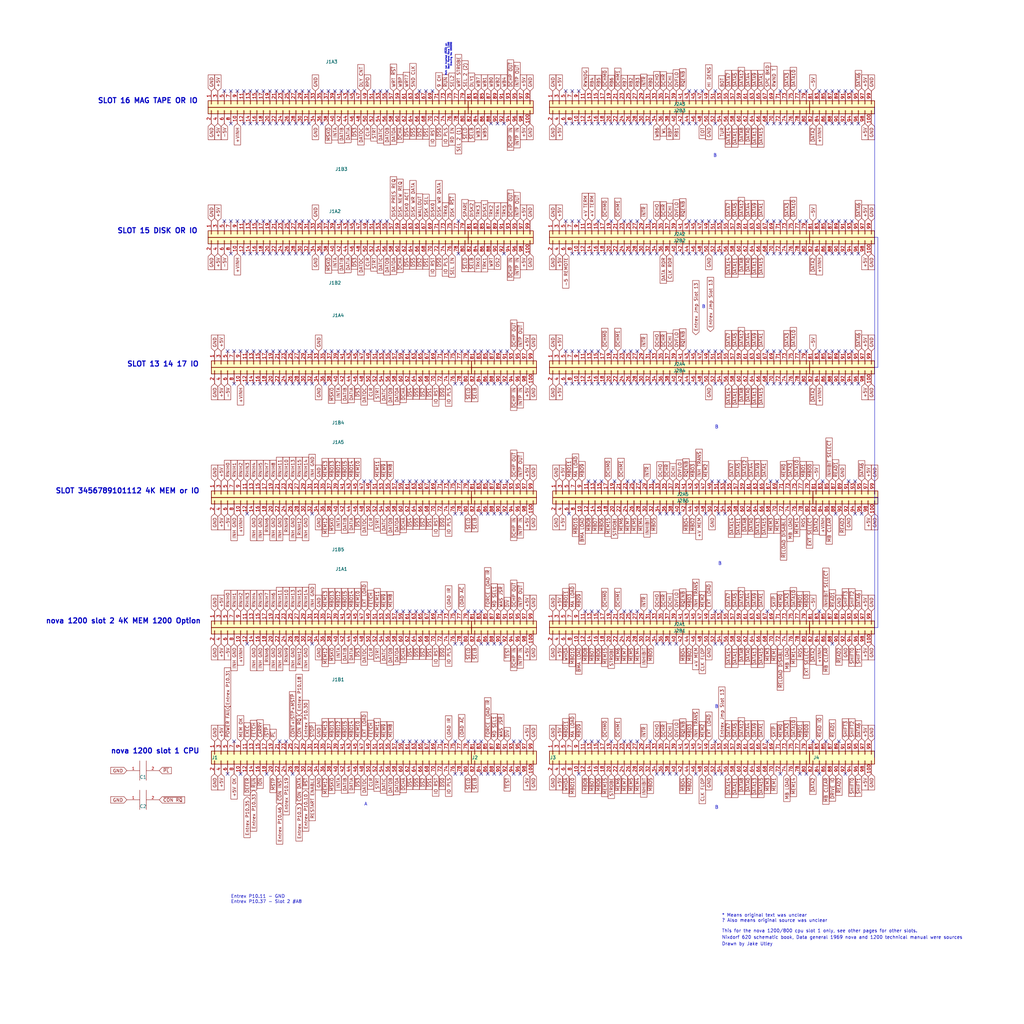
<source format=kicad_sch>
(kicad_sch (version 20230121) (generator eeschema)
  (paper "User" 399.999 399.999)
  (no_connect (at 269.24 35.56))
  (no_connect (at 220.98 35.56))
  (no_connect (at 105.41 35.56))
  (no_connect (at 114.3 137.16))
  (no_connect (at 231.14 149.86))
  (no_connect (at 195.58 187.96))
  (no_connect (at 135.89 86.36))
  (no_connect (at 320.04 302.26))
  (no_connect (at 100.33 35.56))
  (no_connect (at 248.92 289.56))
  (no_connect (at 336.55 200.66))
  (no_connect (at 193.04 187.96))
  (no_connect (at 254 99.06))
  (no_connect (at 325.12 137.16))
  (no_connect (at 281.94 238.76))
  (no_connect (at 157.48 289.56))
  (no_connect (at 154.94 137.16))
  (no_connect (at 281.94 99.06))
  (no_connect (at 280.67 200.66))
  (no_connect (at 121.92 251.46))
  (no_connect (at 232.41 187.96))
  (no_connect (at 223.52 86.36))
  (no_connect (at 262.89 200.66))
  (no_connect (at 102.87 99.06))
  (no_connect (at 226.06 302.26))
  (no_connect (at 220.98 86.36))
  (no_connect (at 281.94 86.36))
  (no_connect (at 330.2 99.06))
  (no_connect (at 172.72 137.16))
  (no_connect (at 203.2 302.26))
  (no_connect (at 254 149.86))
  (no_connect (at 194.31 48.26))
  (no_connect (at 91.44 137.16))
  (no_connect (at 314.96 86.36))
  (no_connect (at 127 149.86))
  (no_connect (at 113.03 99.06))
  (no_connect (at 96.52 251.46))
  (no_connect (at 334.01 200.66))
  (no_connect (at 256.54 99.06))
  (no_connect (at 228.6 289.56))
  (no_connect (at 246.38 137.16))
  (no_connect (at 322.58 99.06))
  (no_connect (at 191.77 48.26))
  (no_connect (at 325.12 48.26))
  (no_connect (at 175.26 137.16))
  (no_connect (at 115.57 48.26))
  (no_connect (at 90.17 99.06))
  (no_connect (at 228.6 99.06))
  (no_connect (at 91.44 149.86))
  (no_connect (at 302.26 86.36))
  (no_connect (at 138.43 35.56))
  (no_connect (at 243.84 238.76))
  (no_connect (at 119.38 137.16))
  (no_connect (at 261.62 302.26))
  (no_connect (at 283.21 187.96))
  (no_connect (at 312.42 48.26))
  (no_connect (at 167.64 137.16))
  (no_connect (at 187.96 187.96))
  (no_connect (at 165.1 238.76))
  (no_connect (at 105.41 48.26))
  (no_connect (at 264.16 302.26))
  (no_connect (at 180.34 137.16))
  (no_connect (at 335.28 99.06))
  (no_connect (at 238.76 289.56))
  (no_connect (at 302.26 99.06))
  (no_connect (at 266.7 48.26))
  (no_connect (at 143.51 86.36))
  (no_connect (at 299.72 99.06))
  (no_connect (at 335.28 48.26))
  (no_connect (at 307.34 48.26))
  (no_connect (at 106.68 149.86))
  (no_connect (at 140.97 86.36))
  (no_connect (at 254 137.16))
  (no_connect (at 120.65 48.26))
  (no_connect (at 101.6 149.86))
  (no_connect (at 314.96 35.56))
  (no_connect (at 327.66 86.36))
  (no_connect (at 134.62 137.16))
  (no_connect (at 314.96 302.26))
  (no_connect (at 281.94 149.86))
  (no_connect (at 132.08 137.16))
  (no_connect (at 259.08 302.26))
  (no_connect (at 182.88 187.96))
  (no_connect (at 162.56 137.16))
  (no_connect (at 238.76 99.06))
  (no_connect (at 180.34 302.26))
  (no_connect (at 276.86 86.36))
  (no_connect (at 92.71 86.36))
  (no_connect (at 243.84 86.36))
  (no_connect (at 185.42 289.56))
  (no_connect (at 113.03 86.36))
  (no_connect (at 180.34 251.46))
  (no_connect (at 138.43 86.36))
  (no_connect (at 304.8 149.86))
  (no_connect (at 87.63 35.56))
  (no_connect (at 179.07 86.36))
  (no_connect (at 246.38 149.86))
  (no_connect (at 97.79 99.06))
  (no_connect (at 260.35 200.66))
  (no_connect (at 279.4 238.76))
  (no_connect (at 170.18 238.76))
  (no_connect (at 118.11 48.26))
  (no_connect (at 271.78 48.26))
  (no_connect (at 119.38 149.86))
  (no_connect (at 102.87 48.26))
  (no_connect (at 167.64 187.96))
  (no_connect (at 177.8 187.96))
  (no_connect (at 330.2 302.26))
  (no_connect (at 322.58 137.16))
  (no_connect (at 254 238.76))
  (no_connect (at 248.92 149.86))
  (no_connect (at 320.04 238.76))
  (no_connect (at 248.92 99.06))
  (no_connect (at 269.24 48.26))
  (no_connect (at 198.12 137.16))
  (no_connect (at 165.1 187.96))
  (no_connect (at 271.78 86.36))
  (no_connect (at 322.58 48.26))
  (no_connect (at 154.94 187.96))
  (no_connect (at 96.52 137.16))
  (no_connect (at 226.06 86.36))
  (no_connect (at 99.06 137.16))
  (no_connect (at 309.88 99.06))
  (no_connect (at 231.14 137.16))
  (no_connect (at 312.42 86.36))
  (no_connect (at 238.76 137.16))
  (no_connect (at 304.8 86.36))
  (no_connect (at 185.42 238.76))
  (no_connect (at 279.4 302.26))
  (no_connect (at 327.66 48.26))
  (no_connect (at 90.17 35.56))
  (no_connect (at 118.11 86.36))
  (no_connect (at 223.52 149.86))
  (no_connect (at 93.98 137.16))
  (no_connect (at 151.13 35.56))
  (no_connect (at 195.58 302.26))
  (no_connect (at 95.25 99.06))
  (no_connect (at 264.16 149.86))
  (no_connect (at 102.87 86.36))
  (no_connect (at 233.68 238.76))
  (no_connect (at 231.14 99.06))
  (no_connect (at 279.4 251.46))
  (no_connect (at 223.52 48.26))
  (no_connect (at 279.4 86.36))
  (no_connect (at 251.46 48.26))
  (no_connect (at 321.31 187.96))
  (no_connect (at 299.72 289.56))
  (no_connect (at 314.96 48.26))
  (no_connect (at 330.2 137.16))
  (no_connect (at 133.35 35.56))
  (no_connect (at 177.8 238.76))
  (no_connect (at 228.6 48.26))
  (no_connect (at 312.42 99.06))
  (no_connect (at 314.96 149.86))
  (no_connect (at 115.57 86.36))
  (no_connect (at 187.96 238.76))
  (no_connect (at 327.66 289.56))
  (no_connect (at 246.38 99.06))
  (no_connect (at 281.94 137.16))
  (no_connect (at 95.25 35.56))
  (no_connect (at 116.84 137.16))
  (no_connect (at 259.08 251.46))
  (no_connect (at 190.5 200.66))
  (no_connect (at 275.59 200.66))
  (no_connect (at 231.14 238.76))
  (no_connect (at 229.87 187.96))
  (no_connect (at 107.95 86.36))
  (no_connect (at 246.38 289.56))
  (no_connect (at 146.05 86.36))
  (no_connect (at 312.42 137.16))
  (no_connect (at 322.58 149.86))
  (no_connect (at 182.88 238.76))
  (no_connect (at 271.78 302.26))
  (no_connect (at 121.92 200.66))
  (no_connect (at 331.47 187.96))
  (no_connect (at 281.94 251.46))
  (no_connect (at 312.42 149.86))
  (no_connect (at 120.65 86.36))
  (no_connect (at 167.64 289.56))
  (no_connect (at 170.18 289.56))
  (no_connect (at 177.8 289.56))
  (no_connect (at 160.02 187.96))
  (no_connect (at 243.84 99.06))
  (no_connect (at 88.9 302.26))
  (no_connect (at 170.18 137.16))
  (no_connect (at 111.76 149.86))
  (no_connect (at 125.73 35.56))
  (no_connect (at 261.62 251.46))
  (no_connect (at 259.08 149.86))
  (no_connect (at 266.7 149.86))
  (no_connect (at 233.68 99.06))
  (no_connect (at 144.78 137.16))
  (no_connect (at 96.52 149.86))
  (no_connect (at 283.21 200.66))
  (no_connect (at 127 137.16))
  (no_connect (at 327.66 149.86))
  (no_connect (at 314.96 137.16))
  (no_connect (at 307.34 99.06))
  (no_connect (at 130.81 86.36))
  (no_connect (at 129.54 137.16))
  (no_connect (at 228.6 238.76))
  (no_connect (at 107.95 48.26))
  (no_connect (at 309.88 48.26))
  (no_connect (at 175.26 187.96))
  (no_connect (at 250.19 187.96))
  (no_connect (at 179.07 99.06))
  (no_connect (at 280.67 187.96))
  (no_connect (at 223.52 99.06))
  (no_connect (at 200.66 302.26))
  (no_connect (at 177.8 149.86))
  (no_connect (at 325.12 251.46))
  (no_connect (at 243.84 149.86))
  (no_connect (at 193.04 251.46))
  (no_connect (at 100.33 99.06))
  (no_connect (at 220.98 48.26))
  (no_connect (at 91.44 289.56))
  (no_connect (at 110.49 48.26))
  (no_connect (at 157.48 187.96))
  (no_connect (at 147.32 137.16))
  (no_connect (at 279.4 149.86))
  (no_connect (at 177.8 251.46))
  (no_connect (at 302.26 48.26))
  (no_connect (at 279.4 99.06))
  (no_connect (at 149.86 137.16))
  (no_connect (at 193.04 137.16))
  (no_connect (at 187.96 302.26))
  (no_connect (at 113.03 48.26))
  (no_connect (at 193.04 302.26))
  (no_connect (at 279.4 35.56))
  (no_connect (at 105.41 86.36))
  (no_connect (at 163.83 35.56))
  (no_connect (at 185.42 137.16))
  (no_connect (at 312.42 35.56))
  (no_connect (at 326.39 200.66))
  (no_connect (at 304.8 35.56))
  (no_connect (at 196.85 99.06))
  (no_connect (at 304.8 48.26))
  (no_connect (at 233.68 289.56))
  (no_connect (at 322.58 289.56))
  (no_connect (at 241.3 149.86))
  (no_connect (at 187.96 149.86))
  (no_connect (at 111.76 289.56))
  (no_connect (at 114.3 302.26))
  (no_connect (at 198.12 187.96))
  (no_connect (at 256.54 251.46))
  (no_connect (at 90.17 86.36))
  (no_connect (at 256.54 149.86))
  (no_connect (at 195.58 137.16))
  (no_connect (at 193.04 200.66))
  (no_connect (at 193.04 149.86))
  (no_connect (at 238.76 149.86))
  (no_connect (at 332.74 48.26))
  (no_connect (at 228.6 137.16))
  (no_connect (at 236.22 149.86))
  (no_connect (at 246.38 238.76))
  (no_connect (at 320.04 137.16))
  (no_connect (at 265.43 200.66))
  (no_connect (at 269.24 137.16))
  (no_connect (at 264.16 251.46))
  (no_connect (at 334.01 187.96))
  (no_connect (at 90.17 48.26))
  (no_connect (at 299.72 149.86))
  (no_connect (at 187.96 200.66))
  (no_connect (at 165.1 137.16))
  (no_connect (at 107.95 35.56))
  (no_connect (at 238.76 238.76))
  (no_connect (at 99.06 149.86))
  (no_connect (at 223.52 137.16))
  (no_connect (at 241.3 48.26))
  (no_connect (at 251.46 149.86))
  (no_connect (at 104.14 149.86))
  (no_connect (at 226.06 137.16))
  (no_connect (at 104.14 137.16))
  (no_connect (at 106.68 137.16))
  (no_connect (at 187.96 251.46))
  (no_connect (at 97.79 48.26))
  (no_connect (at 243.84 289.56))
  (no_connect (at 269.24 86.36))
  (no_connect (at 303.53 187.96))
  (no_connect (at 322.58 86.36))
  (no_connect (at 121.92 149.86))
  (no_connect (at 246.38 86.36))
  (no_connect (at 320.04 86.36))
  (no_connect (at 97.79 86.36))
  (no_connect (at 226.06 35.56))
  (no_connect (at 203.2 289.56))
  (no_connect (at 182.88 289.56))
  (no_connect (at 157.48 137.16))
  (no_connect (at 168.91 35.56))
  (no_connect (at 266.7 99.06))
  (no_connect (at 142.24 137.16))
  (no_connect (at 100.33 86.36))
  (no_connect (at 332.74 149.86))
  (no_connect (at 226.06 99.06))
  (no_connect (at 96.52 200.66))
  (no_connect (at 167.64 238.76))
  (no_connect (at 190.5 251.46))
  (no_connect (at 172.72 187.96))
  (no_connect (at 101.6 137.16))
  (no_connect (at 271.78 35.56))
  (no_connect (at 115.57 99.06))
  (no_connect (at 110.49 35.56))
  (no_connect (at 248.92 48.26))
  (no_connect (at 182.88 137.16))
  (no_connect (at 302.26 149.86))
  (no_connect (at 110.49 99.06))
  (no_connect (at 279.4 289.56))
  (no_connect (at 274.32 137.16))
  (no_connect (at 257.81 200.66))
  (no_connect (at 255.27 187.96))
  (no_connect (at 128.27 35.56))
  (no_connect (at 241.3 99.06))
  (no_connect (at 172.72 238.76))
  (no_connect (at 269.24 99.06))
  (no_connect (at 198.12 200.66))
  (no_connect (at 274.32 35.56))
  (no_connect (at 180.34 187.96))
  (no_connect (at 279.4 48.26))
  (no_connect (at 233.68 86.36))
  (no_connect (at 332.74 86.36))
  (no_connect (at 148.59 86.36))
  (no_connect (at 312.42 302.26))
  (no_connect (at 180.34 200.66))
  (no_connect (at 335.28 149.86))
  (no_connect (at 166.37 35.56))
  (no_connect (at 330.2 86.36))
  (no_connect (at 299.72 238.76))
  (no_connect (at 304.8 137.16))
  (no_connect (at 309.88 149.86))
  (no_connect (at 109.22 137.16))
  (no_connect (at 254 48.26))
  (no_connect (at 320.04 35.56))
  (no_connect (at 116.84 149.86))
  (no_connect (at 190.5 149.86))
  (no_connect (at 279.4 137.16))
  (no_connect (at 162.56 289.56))
  (no_connect (at 299.72 137.16))
  (no_connect (at 256.54 302.26))
  (no_connect (at 120.65 35.56))
  (no_connect (at 102.87 35.56))
  (no_connect (at 245.11 187.96))
  (no_connect (at 115.57 35.56))
  (no_connect (at 152.4 137.16))
  (no_connect (at 271.78 149.86))
  (no_connect (at 271.78 99.06))
  (no_connect (at 162.56 187.96))
  (no_connect (at 220.98 149.86))
  (no_connect (at 200.66 289.56))
  (no_connect (at 104.14 302.26))
  (no_connect (at 234.95 187.96))
  (no_connect (at 332.74 35.56))
  (no_connect (at 114.3 149.86))
  (no_connect (at 330.2 149.86))
  (no_connect (at 187.96 137.16))
  (no_connect (at 281.94 302.26))
  (no_connect (at 177.8 200.66))
  (no_connect (at 177.8 302.26))
  (no_connect (at 109.22 149.86))
  (no_connect (at 247.65 187.96))
  (no_connect (at 299.72 86.36))
  (no_connect (at 196.85 48.26))
  (no_connect (at 110.49 86.36))
  (no_connect (at 128.27 86.36))
  (no_connect (at 223.52 35.56))
  (no_connect (at 165.1 289.56))
  (no_connect (at 226.06 48.26))
  (no_connect (at 304.8 302.26))
  (no_connect (at 325.12 149.86))
  (no_connect (at 185.42 187.96))
  (no_connect (at 231.14 289.56))
  (no_connect (at 107.95 99.06))
  (no_connect (at 154.94 289.56))
  (no_connect (at 198.12 149.86))
  (no_connect (at 332.74 137.16))
  (no_connect (at 261.62 149.86))
  (no_connect (at 135.89 35.56))
  (no_connect (at 195.58 251.46))
  (no_connect (at 271.78 137.16))
  (no_connect (at 327.66 99.06))
  (no_connect (at 95.25 86.36))
  (no_connect (at 226.06 149.86))
  (no_connect (at 125.73 86.36))
  (no_connect (at 125.73 99.06))
  (no_connect (at 137.16 137.16))
  (no_connect (at 264.16 99.06))
  (no_connect (at 325.12 86.36))
  (no_connect (at 187.96 289.56))
  (no_connect (at 151.13 86.36))
  (no_connect (at 300.99 187.96))
  (no_connect (at 228.6 149.86))
  (no_connect (at 222.25 200.66))
  (no_connect (at 243.84 137.16))
  (no_connect (at 160.02 137.16))
  (no_connect (at 233.68 48.26))
  (no_connect (at 332.74 99.06))
  (no_connect (at 97.79 35.56))
  (no_connect (at 233.68 149.86))
  (no_connect (at 325.12 35.56))
  (no_connect (at 274.32 149.86))
  (no_connect (at 220.98 137.16))
  (no_connect (at 118.11 99.06))
  (no_connect (at 278.13 187.96))
  (no_connect (at 190.5 187.96))
  (no_connect (at 322.58 35.56))
  (no_connect (at 88.9 137.16))
  (no_connect (at 251.46 99.06))
  (no_connect (at 330.2 35.56))
  (no_connect (at 154.94 238.76))
  (no_connect (at 162.56 238.76))
  (no_connect (at 243.84 48.26))
  (no_connect (at 325.12 99.06))
  (no_connect (at 180.34 149.86))
  (no_connect (at 195.58 200.66))
  (no_connect (at 238.76 86.36))
  (no_connect (at 248.92 86.36))
  (no_connect (at 274.32 99.06))
  (no_connect (at 233.68 137.16))
  (no_connect (at 317.5 289.56))
  (no_connect (at 302.26 137.16))
  (no_connect (at 327.66 35.56))
  (no_connect (at 248.92 137.16))
  (no_connect (at 177.8 137.16))
  (no_connect (at 87.63 86.36))
  (no_connect (at 113.03 35.56))
  (no_connect (at 125.73 48.26))
  (no_connect (at 314.96 99.06))
  (no_connect (at 160.02 238.76))
  (no_connect (at 190.5 137.16))
  (no_connect (at 240.03 187.96))
  (no_connect (at 236.22 99.06))
  (no_connect (at 231.14 48.26))
  (no_connect (at 111.76 137.16))
  (no_connect (at 254 86.36))
  (no_connect (at 109.22 289.56))
  (no_connect (at 304.8 99.06))
  (no_connect (at 269.24 149.86))
  (no_connect (at 144.78 187.96))
  (no_connect (at 100.33 48.26))
  (no_connect (at 157.48 238.76))
  (no_connect (at 172.72 289.56))
  (no_connect (at 248.92 238.76))
  (no_connect (at 120.65 99.06))
  (no_connect (at 146.05 35.56))
  (no_connect (at 133.35 86.36))
  (no_connect (at 195.58 149.86))
  (no_connect (at 139.7 137.16))
  (no_connect (at 118.11 35.56))
  (no_connect (at 327.66 137.16))
  (no_connect (at 246.38 48.26))
  (no_connect (at 92.71 35.56))
  (no_connect (at 130.81 35.56))
  (no_connect (at 236.22 48.26))
  (no_connect (at 190.5 302.26))
  (no_connect (at 148.59 35.56))
  (no_connect (at 299.72 48.26))
  (no_connect (at 121.92 137.16))
  (no_connect (at 95.25 48.26))
  (no_connect (at 330.2 48.26))
  (no_connect (at 142.24 187.96))
  (no_connect (at 160.02 289.56))
  (no_connect (at 93.98 302.26))
  (no_connect (at 276.86 137.16))
  (no_connect (at 254 289.56))
  (no_connect (at 170.18 187.96))
  (no_connect (at 307.34 149.86))
  (no_connect (at 105.41 99.06))
  (no_connect (at 238.76 48.26))
  (no_connect (at 274.32 86.36))
  (rectangle (start 341.63 92.71) (end 342.9 143.51))
  (rectangle (start 341.63 41.91) (end 341.63 92.71))
  (rectangle (start 341.63 245.11) (end 341.63 295.91))
  (rectangle (start 341.63 194.31) (end 342.9 245.11))
  (rectangle (start 341.63 143.51) (end 341.63 194.31))
  (text "SLOT 16 MAG TAPE OR IO" (at 38.1 40.64 0) (effects (font (size 2 2) (thickness 0.4) bold) (justify left bottom)))
  (text "SLOT 3456789101112 4K MEM or IO" (at 21.59 193.04 0) (effects (font (size 2 2) (thickness 0.4) bold) (justify left bottom)))
  (text "A\n" (at 142.24 314.96 0) (effects (font (size 1.27 1.27)) (justify left bottom)))
  (text "B" (at 280.035 61.595 0) (effects (font (size 1.27 1.27)) (justify right bottom)))
  (text "SLOT 15 DISK OR IO" (at 45.72 91.44 0) (effects (font (size 2 2) (thickness 0.4) bold) (justify left bottom)))
  (text "B" (at 281.94 220.98 0) (effects (font (size 1.27 1.27)) (justify right bottom)))
  (text "* Means original text was unclear\n? Also means original source was unclear\n\nThis for the nova 1200/800 cpu slot 1 only, see other pages for other slots." (at 281.94 364.49 0) (effects (font (size 1.27 1.27)) (justify left bottom)))
  (text "Nixdorf 620 schematic book, Data general 1969 nova and 1200 technical manual were sources\n" (at 281.94 367.03 0) (effects (font (size 1.27 1.27)) (justify left bottom)))
  (text "B" (at 280.67 276.86 0) (effects (font (size 1.27 1.27)) (justify right bottom)))
  (text "SLOT 13 14 17 IO" (at 49.53 143.51 0) (effects (font (size 2 2) (thickness 0.4) bold) (justify left bottom)))
  (text "B" (at 280.67 167.64 0) (effects (font (size 1.27 1.27)) (justify right bottom)))
  (text "Entrex P10.11 - GND\nEntrex P10.37 - Slot 2 #A8" (at 90.17 353.06 0) (effects (font (size 1.27 1.27)) (justify left bottom)))
  (text "nova 1200 slot 1 CPU" (at 43.18 294.64 0) (effects (font (size 2 2) (thickness 0.4) bold) (justify left bottom)))
  (text "B" (at 275.59 120.65 0) (effects (font (size 1.27 1.27)) (justify right bottom)))
  (text "Drawn by Jake Utley" (at 281.94 369.57 0) (effects (font (size 1.27 1.27)) (justify left bottom)))
  (text "RUN not inverted (~{RUN}) on \nBack Panel Nova 1200\nDrawing No. 000090" (at 176.53 16.51 90) (effects (font (size 0.6 0.6)) (justify right bottom)))
  (text "nova 1200 slot 2 4K MEM 1200 Option" (at 17.78 243.84 0) (effects (font (size 2 2) (thickness 0.4) bold) (justify left bottom)))
  (text "B" (at 280.67 316.23 0) (effects (font (size 1.27 1.27)) (justify right bottom)))
  (global_label "+5V" (shape input) (at 337.82 289.56 90) (property "Intersheetrefs" "${INTERSHEET_REFS}" (effects hide)))
  (global_label "~{BMA LOAD}" (shape input) (at 226.06 251.46 270) (property "Intersheetrefs" "${INTERSHEET_REFS}" (effects hide)))
  (global_label "~{MA LOAD}" (shape input) (at 224.79 187.96 90) (property "Intersheetrefs" "${INTERSHEET_REFS}" (effects hide)))
  (global_label "~{READ1}" (shape input) (at 325.12 238.76 90) (property "Intersheetrefs" "${INTERSHEET_REFS}" (effects hide)))
  (global_label "~{DCHP IN}" (shape input) (at 200.66 149.86 270) (property "Intersheetrefs" "${INTERSHEET_REFS}" (effects hide)))
  (global_label "~{DATA0}" (shape input) (at 292.1 48.26 270) (property "Intersheetrefs" "${INTERSHEET_REFS}" (effects hide)))
  (global_label "~{STOP}" (shape input) (at 121.92 289.56 90) (property "Intersheetrefs" "${INTERSHEET_REFS}" (effects hide)))
  (global_label "WRT" (shape input) (at 191.77 99.06 270) (property "Intersheetrefs" "${INTERSHEET_REFS}" (effects hide)))
  (global_label "Entrex P10.18" (shape input) (at 116.84 279.4 90) (property "Intersheetrefs" "${INTERSHEET_REFS}" (effects hide)))
  (global_label "~{MEM2}" (shape input) (at 274.32 238.76 90) (property "Intersheetrefs" "${INTERSHEET_REFS}" (effects hide)))
  (global_label "IO RST" (shape input) (at 170.18 302.26 270) (property "Intersheetrefs" "${INTERSHEET_REFS}" (effects hide)))
  (global_label "DATOC" (shape input) (at 142.24 200.66 270) (property "Intersheetrefs" "${INTERSHEET_REFS}" (effects hide)))
  (global_label "~{FETCH}" (shape input) (at 99.06 289.56 90) (property "Intersheetrefs" "${INTERSHEET_REFS}" (effects hide)))
  (global_label "~{INH TRANS}" (shape input) (at 271.78 238.76 90) (property "Intersheetrefs" "${INTERSHEET_REFS}" (effects hide)))
  (global_label "~{DS5}" (shape input) (at 161.29 48.26 270) (property "Intersheetrefs" "${INTERSHEET_REFS}" (effects hide)))
  (global_label "INH GND" (shape input) (at 106.68 200.66 270) (property "Intersheetrefs" "${INTERSHEET_REFS}" (effects hide)))
  (global_label "~{EXT SELECT}" (shape input) (at 316.23 200.66 270) (property "Intersheetrefs" "${INTERSHEET_REFS}" (effects hide)))
  (global_label "~{DATA1}" (shape input) (at 297.18 238.76 90) (property "Intersheetrefs" "${INTERSHEET_REFS}" (effects hide)))
  (global_label "~{DATA2}" (shape input) (at 318.77 200.66 270) (property "Intersheetrefs" "${INTERSHEET_REFS}" (effects hide)))
  (global_label "~{MBO13}" (shape input) (at 129.54 289.56 90) (property "Intersheetrefs" "${INTERSHEET_REFS}" (effects hide)))
  (global_label "~{MB CLEAR}" (shape input) (at 322.58 302.26 270) (property "Intersheetrefs" "${INTERSHEET_REFS}" (effects hide)))
  (global_label "~{SELD}" (shape input) (at 182.88 302.26 270) (property "Intersheetrefs" "${INTERSHEET_REFS}" (effects hide)))
  (global_label "IO PLS" (shape input) (at 173.99 48.26 270) (property "Intersheetrefs" "${INTERSHEET_REFS}" (effects hide)))
  (global_label "~{MEM15}" (shape input) (at 236.22 251.46 270) (property "Intersheetrefs" "${INTERSHEET_REFS}" (effects hide)))
  (global_label "RB0" (shape input) (at 254 35.56 90) (property "Intersheetrefs" "${INTERSHEET_REFS}" (effects hide)))
  (global_label "~{SHIFT1}" (shape input) (at 335.28 302.26 270) (property "Intersheetrefs" "${INTERSHEET_REFS}" (effects hide)))
  (global_label "WB5" (shape input) (at 189.23 48.26 270) (property "Intersheetrefs" "${INTERSHEET_REFS}" (effects hide)))
  (global_label "~{DS2}" (shape input) (at 163.83 48.26 270) (property "Intersheetrefs" "${INTERSHEET_REFS}" (effects hide)))
  (global_label "CLR" (shape input) (at 143.51 48.26 270) (property "Intersheetrefs" "${INTERSHEET_REFS}" (effects hide)))
  (global_label "INH GND" (shape input) (at 91.44 200.66 270) (property "Intersheetrefs" "${INTERSHEET_REFS}" (effects hide)))
  (global_label "~{DATA11}" (shape input) (at 288.29 200.66 270) (property "Intersheetrefs" "${INTERSHEET_REFS}" (effects hide)))
  (global_label "~{SHIFT0}" (shape input) (at 332.74 302.26 270) (property "Intersheetrefs" "${INTERSHEET_REFS}" (effects hide)))
  (global_label "~{MBO7}" (shape input) (at 231.14 251.46 270) (property "Intersheetrefs" "${INTERSHEET_REFS}" (effects hide)))
  (global_label "~{MEM13}" (shape input) (at 127 238.76 90) (property "Intersheetrefs" "${INTERSHEET_REFS}" (effects hide)))
  (global_label "+5V" (shape input) (at 339.09 200.66 270) (property "Intersheetrefs" "${INTERSHEET_REFS}" (effects hide)))
  (global_label "~{DATA10}" (shape input) (at 309.88 238.76 90) (property "Intersheetrefs" "${INTERSHEET_REFS}" (effects hide)))
  (global_label "INTA" (shape input) (at 132.08 149.86 270) (property "Intersheetrefs" "${INTERSHEET_REFS}" (effects hide)))
  (global_label "~{DATA5}" (shape input) (at 287.02 137.16 90) (property "Intersheetrefs" "${INTERSHEET_REFS}" (effects hide)))
  (global_label "~{DS5}" (shape input) (at 162.56 302.26 270) (property "Intersheetrefs" "${INTERSHEET_REFS}" (effects hide)))
  (global_label "GND" (shape input) (at 340.36 35.56 90) (property "Intersheetrefs" "${INTERSHEET_REFS}" (effects hide)))
  (global_label "~{MSKO}" (shape input) (at 129.54 302.26 270) (property "Intersheetrefs" "${INTERSHEET_REFS}" (effects hide)))
  (global_label "IO PLS" (shape input) (at 175.26 251.46 270) (property "Intersheetrefs" "${INTERSHEET_REFS}" (effects hide)))
  (global_label "GND" (shape input) (at 124.46 200.66 270) (property "Intersheetrefs" "${INTERSHEET_REFS}" (effects hide)))
  (global_label "~{DATA12}" (shape input) (at 289.56 238.76 90) (property "Intersheetrefs" "${INTERSHEET_REFS}" (effects hide)))
  (global_label "IO PLS" (shape input) (at 175.26 302.26 270) (property "Intersheetrefs" "${INTERSHEET_REFS}" (effects hide)))
  (global_label "DSK ~{RST}" (shape input) (at 176.53 86.36 90) (property "Intersheetrefs" "${INTERSHEET_REFS}" (effects hide)))
  (global_label "~{MEM5}" (shape input) (at 247.65 200.66 270) (property "Intersheetrefs" "${INTERSHEET_REFS}" (effects hide)))
  (global_label "WALLOUT" (shape input) (at 163.83 86.36 90) (property "Intersheetrefs" "${INTERSHEET_REFS}" (effects hide)))
  (global_label "GND" (shape input) (at 217.17 200.66 270) (property "Intersheetrefs" "${INTERSHEET_REFS}" (effects hide)))
  (global_label "+5V" (shape input) (at 85.09 48.26 270) (property "Intersheetrefs" "${INTERSHEET_REFS}" (effects hide)))
  (global_label "DISK2" (shape input) (at 184.15 86.36 90) (property "Intersheetrefs" "${INTERSHEET_REFS}" (effects hide)))
  (global_label "~{SHIFT1}" (shape input) (at 335.28 251.46 270) (property "Intersheetrefs" "${INTERSHEET_REFS}" (effects hide)))
  (global_label "~{CONT+ISTP+MSTP}" (shape input) (at 114.3 289.56 90) (property "Intersheetrefs" "${INTERSHEET_REFS}" (effects hide)))
  (global_label "RESTART ENABLE" (shape input) (at 121.92 302.26 270) (property "Intersheetrefs" "${INTERSHEET_REFS}" (effects hide)))
  (global_label "~{SHIFT2}" (shape input) (at 332.74 238.76 90) (property "Intersheetrefs" "${INTERSHEET_REFS}" (effects hide)))
  (global_label "WL" (shape input) (at 259.08 48.26 270) (property "Intersheetrefs" "${INTERSHEET_REFS}" (effects hide)))
  (global_label "~{MEM0}" (shape input) (at 306.07 187.96 90) (property "Intersheetrefs" "${INTERSHEET_REFS}" (effects hide)))
  (global_label "+5V" (shape input) (at 218.44 137.16 90) (property "Intersheetrefs" "${INTERSHEET_REFS}" (effects hide)))
  (global_label "BOT" (shape input) (at 281.94 35.56 90) (property "Intersheetrefs" "${INTERSHEET_REFS}" (effects hide)))
  (global_label "GND" (shape input) (at 82.55 86.36 90) (property "Intersheetrefs" "${INTERSHEET_REFS}" (effects hide)))
  (global_label "RB7" (shape input) (at 243.84 35.56 90) (property "Intersheetrefs" "${INTERSHEET_REFS}" (effects hide)))
  (global_label "~{CON RQ}" (shape input) (at 116.84 289.56 90) (property "Intersheetrefs" "${INTERSHEET_REFS}" (effects hide)))
  (global_label "~{DATA14}" (shape input) (at 284.48 99.06 270) (property "Intersheetrefs" "${INTERSHEET_REFS}" (effects hide)))
  (global_label "~{DATA4}" (shape input) (at 292.1 289.56 90) (property "Intersheetrefs" "${INTERSHEET_REFS}" (effects hide)))
  (global_label "GND" (shape input) (at 340.36 251.46 270) (property "Intersheetrefs" "${INTERSHEET_REFS}" (effects hide)))
  (global_label "~{MBO4}" (shape input) (at 266.7 302.26 270) (property "Intersheetrefs" "${INTERSHEET_REFS}" (effects hide)))
  (global_label "RHIN3" (shape input) (at 96.52 187.96 90) (property "Intersheetrefs" "${INTERSHEET_REFS}" (effects hide)))
  (global_label "GND" (shape input) (at 208.28 200.66 270) (property "Intersheetrefs" "${INTERSHEET_REFS}" (effects hide)))
  (global_label "~{DATA2}" (shape input) (at 317.5 302.26 270) (property "Intersheetrefs" "${INTERSHEET_REFS}" (effects hide)))
  (global_label "~{DATA3}" (shape input) (at 307.34 137.16 90) (property "Intersheetrefs" "${INTERSHEET_REFS}" (effects hide)))
  (global_label "~{DCHP IN}" (shape input) (at 199.39 48.26 270) (property "Intersheetrefs" "${INTERSHEET_REFS}" (effects hide)))
  (global_label "~{DS3}" (shape input) (at 139.7 302.26 270) (property "Intersheetrefs" "${INTERSHEET_REFS}" (effects hide)))
  (global_label "~{MEM13}" (shape input) (at 127 187.96 90) (property "Intersheetrefs" "${INTERSHEET_REFS}" (effects hide)))
  (global_label "~{MEM3}" (shape input) (at 300.99 200.66 270) (property "Intersheetrefs" "${INTERSHEET_REFS}" (effects hide)))
  (global_label "RWNDG" (shape input) (at 228.6 35.56 90) (property "Intersheetrefs" "${INTERSHEET_REFS}" (effects hide)))
  (global_label "WB3" (shape input) (at 186.69 48.26 270) (property "Intersheetrefs" "${INTERSHEET_REFS}" (effects hide)))
  (global_label "~{SKIP}" (shape input) (at 302.26 289.56 90) (property "Intersheetrefs" "${INTERSHEET_REFS}" (effects hide)))
  (global_label "DATIA" (shape input) (at 137.16 302.26 270) (property "Intersheetrefs" "${INTERSHEET_REFS}" (effects hide)))
  (global_label "+VINH" (shape input) (at 320.04 48.26 270) (property "Intersheetrefs" "${INTERSHEET_REFS}" (effects hide)))
  (global_label "GND" (shape input) (at 124.46 251.46 270) (property "Intersheetrefs" "${INTERSHEET_REFS}" (effects hide)))
  (global_label "RNIH14" (shape input) (at 119.38 187.96 90) (property "Intersheetrefs" "${INTERSHEET_REFS}" (effects hide)))
  (global_label "LOAD IR" (shape input) (at 175.26 238.76 90) (property "Intersheetrefs" "${INTERSHEET_REFS}" (effects hide)))
  (global_label "GND" (shape input) (at 208.28 251.46 270) (property "Intersheetrefs" "${INTERSHEET_REFS}" (effects hide)))
  (global_label "GND" (shape input) (at 124.46 289.56 90) (property "Intersheetrefs" "${INTERSHEET_REFS}" (effects hide)))
  (global_label "-5V" (shape input) (at 88.9 200.66 270) (property "Intersheetrefs" "${INTERSHEET_REFS}" (effects hide)))
  (global_label "+5V" (shape input) (at 337.82 86.36 90) (property "Intersheetrefs" "${INTERSHEET_REFS}" (effects hide)))
  (global_label "~{DATA7}" (shape input) (at 284.48 35.56 90) (property "Intersheetrefs" "${INTERSHEET_REFS}" (effects hide)))
  (global_label "~{MD SEL1}" (shape input) (at 193.04 238.76 90) (property "Intersheetrefs" "${INTERSHEET_REFS}" (effects hide)))
  (global_label "Entrex P10.31" (shape input) (at 88.9 276.86 90) (property "Intersheetrefs" "${INTERSHEET_REFS}" (effects hide)))
  (global_label "~{DS2}" (shape input) (at 165.1 200.66 270) (property "Intersheetrefs" "${INTERSHEET_REFS}" (effects hide)))
  (global_label "~{MBO14}" (shape input) (at 137.16 238.76 90) (property "Intersheetrefs" "${INTERSHEET_REFS}" (effects hide)))
  (global_label "~{DATA10}" (shape input) (at 309.88 137.16 90) (property "Intersheetrefs" "${INTERSHEET_REFS}" (effects hide)))
  (global_label "~{MBO9}" (shape input) (at 226.06 289.56 90) (property "Intersheetrefs" "${INTERSHEET_REFS}" (effects hide)))
  (global_label "DATOA" (shape input) (at 154.94 251.46 270) (property "Intersheetrefs" "${INTERSHEET_REFS}" (effects hide)))
  (global_label "INTA" (shape input) (at 132.08 302.26 270) (property "Intersheetrefs" "${INTERSHEET_REFS}" (effects hide)))
  (global_label "SPARE" (shape input) (at 181.61 86.36 90) (property "Intersheetrefs" "${INTERSHEET_REFS}" (effects hide)))
  (global_label "~{POWER FAIL}" (shape input) (at 88.9 289.56 90) (property "Intersheetrefs" "${INTERSHEET_REFS}" (effects hide)))
  (global_label "~{DATA13}" (shape input) (at 294.64 99.06 270) (property "Intersheetrefs" "${INTERSHEET_REFS}" (effects hide)))
  (global_label "DATIA" (shape input) (at 137.16 149.86 270) (property "Intersheetrefs" "${INTERSHEET_REFS}" (effects hide)))
  (global_label "~{MEM4}" (shape input) (at 250.19 200.66 270) (property "Intersheetrefs" "${INTERSHEET_REFS}" (effects hide)))
  (global_label "+5V" (shape input) (at 86.36 149.86 270) (property "Intersheetrefs" "${INTERSHEET_REFS}" (effects hide)))
  (global_label "CLK RDR" (shape input) (at 261.62 99.06 270) (property "Intersheetrefs" "${INTERSHEET_REFS}" (effects hide)))
  (global_label "+5V" (shape input) (at 337.82 149.86 270) (property "Intersheetrefs" "${INTERSHEET_REFS}" (effects hide)))
  (global_label "~{SELB}" (shape input) (at 185.42 302.26 270) (property "Intersheetrefs" "${INTERSHEET_REFS}" (effects hide)))
  (global_label "~{MEM9}" (shape input) (at 149.86 238.76 90) (property "Intersheetrefs" "${INTERSHEET_REFS}" (effects hide)))
  (global_label "~{FETCH}" (shape input) (at 144.78 238.76 90) (property "Intersheetrefs" "${INTERSHEET_REFS}" (effects hide)))
  (global_label "~{DS0}" (shape input) (at 172.72 302.26 270) (property "Intersheetrefs" "${INTERSHEET_REFS}" (effects hide)))
  (global_label "RNIH0" (shape input) (at 88.9 187.96 90) (property "Intersheetrefs" "${INTERSHEET_REFS}" (effects hide)))
  (global_label "DATOC" (shape input) (at 142.24 251.46 270) (property "Intersheetrefs" "${INTERSHEET_REFS}" (effects hide)))
  (global_label "~{MEM15}" (shape input) (at 236.22 302.26 270) (property "Intersheetrefs" "${INTERSHEET_REFS}" (effects hide)))
  (global_label "~{DCHP OUT}" (shape input) (at 199.39 35.56 90) (property "Intersheetrefs" "${INTERSHEET_REFS}" (effects hide)))
  (global_label "~{DATA14}" (shape input) (at 284.48 302.26 270) (property "Intersheetrefs" "${INTERSHEET_REFS}" (effects hide)))
  (global_label "DATOC" (shape input) (at 142.24 149.86 270) (property "Intersheetrefs" "${INTERSHEET_REFS}" (effects hide)))
  (global_label "~{DCHR}" (shape input) (at 260.35 187.96 90) (property "Intersheetrefs" "${INTERSHEET_REFS}" (effects hide)))
  (global_label "TRK1" (shape input) (at 189.23 99.06 270) (property "Intersheetrefs" "${INTERSHEET_REFS}" (effects hide)))
  (global_label "~{INTP IN}" (shape input) (at 201.93 48.26 270) (property "Intersheetrefs" "${INTERSHEET_REFS}" (effects hide)))
  (global_label "-5V" (shape input) (at 317.5 86.36 90) (property "Intersheetrefs" "${INTERSHEET_REFS}" (effects hide)))
  (global_label "~{DATA6}" (shape input) (at 335.28 289.56 90) (property "Intersheetrefs" "${INTERSHEET_REFS}" (effects hide)))
  (global_label "~{ISTP}" (shape input) (at 104.14 289.56 90) (property "Intersheetrefs" "${INTERSHEET_REFS}" (effects hide)))
  (global_label "+5V" (shape input) (at 86.36 187.96 90) (property "Intersheetrefs" "${INTERSHEET_REFS}" (effects hide)))
  (global_label "~{DATA8}" (shape input) (at 289.56 302.26 270) (property "Intersheetrefs" "${INTERSHEET_REFS}" (effects hide)))
  (global_label "~{DCHM0}" (shape input) (at 236.22 86.36 90) (property "Intersheetrefs" "${INTERSHEET_REFS}" (effects hide)))
  (global_label "~{PL}" (shape input) (at 62.23 300.99 0) (property "Intersheetrefs" "${INTERSHEET_REFS}" (effects hide)))
  (global_label "-5V" (shape input) (at 87.63 48.26 270) (property "Intersheetrefs" "${INTERSHEET_REFS}" (effects hide)))
  (global_label "DATOA" (shape input) (at 153.67 48.26 270) (property "Intersheetrefs" "${INTERSHEET_REFS}" (effects hide)))
  (global_label "SEL2" (shape input) (at 176.53 35.56 90) (property "Intersheetrefs" "${INTERSHEET_REFS}" (effects hide)))
  (global_label "+5V" (shape input) (at 86.36 137.16 90) (property "Intersheetrefs" "${INTERSHEET_REFS}" (effects hide)))
  (global_label "ROS" (shape input) (at 313.69 200.66 270) (property "Intersheetrefs" "${INTERSHEET_REFS}" (effects hide)))
  (global_label "~{DATA15}" (shape input) (at 297.18 149.86 270) (property "Intersheetrefs" "${INTERSHEET_REFS}" (effects hide)))
  (global_label "~{RELOAD DISABLE}" (shape input) (at 306.07 200.66 270) (property "Intersheetrefs" "${INTERSHEET_REFS}" (effects hide)))
  (global_label "GND" (shape input) (at 124.46 137.16 90) (property "Intersheetrefs" "${INTERSHEET_REFS}" (effects hide)))
  (global_label "~{SELB}" (shape input) (at 185.42 200.66 270) (property "Intersheetrefs" "${INTERSHEET_REFS}" (effects hide)))
  (global_label "+5V" (shape input) (at 218.44 149.86 270) (property "Intersheetrefs" "${INTERSHEET_REFS}" (effects hide)))
  (global_label "~{DATA5}" (shape input) (at 287.02 238.76 90) (property "Intersheetrefs" "${INTERSHEET_REFS}" (effects hide)))
  (global_label "GND" (shape input) (at 278.13 200.66 270) (property "Intersheetrefs" "${INTERSHEET_REFS}" (effects hide)))
  (global_label "INH GND" (shape input) (at 121.92 187.96 90) (property "Intersheetrefs" "${INTERSHEET_REFS}" (effects hide)))
  (global_label "~{MEM2}" (shape input) (at 274.32 289.56 90) (property "Intersheetrefs" "${INTERSHEET_REFS}" (effects hide)))
  (global_label "~{DS5}" (shape input) (at 162.56 149.86 270) (property "Intersheetrefs" "${INTERSHEET_REFS}" (effects hide)))
  (global_label "SPC BKD" (shape input) (at 299.72 35.56 90) (property "Intersheetrefs" "${INTERSHEET_REFS}" (effects hide)))
  (global_label "~{MEM12}" (shape input) (at 127 302.26 270) (property "Intersheetrefs" "${INTERSHEET_REFS}" (effects hide)))
  (global_label "GND" (shape input) (at 276.86 48.26 270) (property "Intersheetrefs" "${INTERSHEET_REFS}" (effects hide)))
  (global_label "GND" (shape input) (at 208.28 302.26 270) (property "Intersheetrefs" "${INTERSHEET_REFS}" (effects hide)))
  (global_label "~{DS0}" (shape input) (at 172.72 251.46 270) (property "Intersheetrefs" "${INTERSHEET_REFS}" (effects hide)))
  (global_label "+5V" (shape input) (at 337.82 238.76 90) (property "Intersheetrefs" "${INTERSHEET_REFS}" (effects hide)))
  (global_label "GND" (shape input) (at 340.36 99.06 270) (property "Intersheetrefs" "${INTERSHEET_REFS}" (effects hide)))
  (global_label "INTA" (shape input) (at 132.08 200.66 270) (property "Intersheetrefs" "${INTERSHEET_REFS}" (effects hide)))
  (global_label "GND" (shape input) (at 208.28 137.16 90) (property "Intersheetrefs" "${INTERSHEET_REFS}" (effects hide)))
  (global_label "~{RQENB}" (shape input) (at 266.7 238.76 90) (property "Intersheetrefs" "${INTERSHEET_REFS}" (effects hide)))
  (global_label "~{MSKO}" (shape input) (at 128.27 99.06 270) (property "Intersheetrefs" "${INTERSHEET_REFS}" (effects hide)))
  (global_label "~{DCHA}" (shape input) (at 157.48 200.66 270) (property "Intersheetrefs" "${INTERSHEET_REFS}" (effects hide)))
  (global_label "GND" (shape input) (at 207.01 35.56 90) (property "Intersheetrefs" "${INTERSHEET_REFS}" (effects hide)))
  (global_label "GND" (shape input) (at 331.47 200.66 270) (property "Intersheetrefs" "${INTERSHEET_REFS}" (effects hide)))
  (global_label "~{DATA8}" (shape input) (at 290.83 200.66 270) (property "Intersheetrefs" "${INTERSHEET_REFS}" (effects hide)))
  (global_label "~{DATA9}" (shape input) (at 294.64 86.36 90) (property "Intersheetrefs" "${INTERSHEET_REFS}" (effects hide)))
  (global_label "RNIH10" (shape input) (at 111.76 187.96 90) (property "Intersheetrefs" "${INTERSHEET_REFS}" (effects hide)))
  (global_label "RNIH10" (shape input) (at 111.76 238.76 90) (property "Intersheetrefs" "${INTERSHEET_REFS}" (effects hide)))
  (global_label "RB6" (shape input) (at 238.76 35.56 90) (property "Intersheetrefs" "${INTERSHEET_REFS}" (effects hide)))
  (global_label "~{TEST}" (shape input) (at 198.12 251.46 270) (property "Intersheetrefs" "${INTERSHEET_REFS}" (effects hide)))
  (global_label "~{MBO2}" (shape input) (at 269.24 251.46 270) (property "Intersheetrefs" "${INTERSHEET_REFS}" (effects hide)))
  (global_label "+VINH" (shape input) (at 320.04 251.46 270) (property "Intersheetrefs" "${INTERSHEET_REFS}" (effects hide)))
  (global_label "~{MBO6}" (shape input) (at 233.68 302.26 270) (property "Intersheetrefs" "${INTERSHEET_REFS}" (effects hide)))
  (global_label "+5V" (shape input) (at 205.74 238.76 90) (property "Intersheetrefs" "${INTERSHEET_REFS}" (effects hide)))
  (global_label "~{SELB}" (shape input) (at 185.42 149.86 270) (property "Intersheetrefs" "${INTERSHEET_REFS}" (effects hide)))
  (global_label "+5V" (shape input) (at 86.36 289.56 90) (property "Intersheetrefs" "${INTERSHEET_REFS}" (effects hide)))
  (global_label "-5V" (shape input) (at 88.9 251.46 270) (property "Intersheetrefs" "${INTERSHEET_REFS}" (effects hide)))
  (global_label "CLK FLOP" (shape input) (at 274.32 302.26 270) (property "Intersheetrefs" "${INTERSHEET_REFS}" (effects hide)))
  (global_label "~{DATA15}" (shape input) (at 297.18 99.06 270) (property "Intersheetrefs" "${INTERSHEET_REFS}" (effects hide)))
  (global_label "GND" (shape input) (at 83.82 238.76 90) (property "Intersheetrefs" "${INTERSHEET_REFS}" (effects hide)))
  (global_label "~{RELOAD DISABLE}" (shape input) (at 304.8 251.46 270) (property "Intersheetrefs" "${INTERSHEET_REFS}" (effects hide)))
  (global_label "~{DCHA}" (shape input) (at 157.48 149.86 270) (property "Intersheetrefs" "${INTERSHEET_REFS}" (effects hide)))
  (global_label "WB2" (shape input) (at 194.31 35.56 90) (property "Intersheetrefs" "${INTERSHEET_REFS}" (effects hide)))
  (global_label "~{DIV}" (shape input) (at 198.12 238.76 90) (property "Intersheetrefs" "${INTERSHEET_REFS}" (effects hide)))
  (global_label "~{DCHM1}" (shape input) (at 241.3 238.76 90) (property "Intersheetrefs" "${INTERSHEET_REFS}" (effects hide)))
  (global_label "SEL 2 (2)" (shape input) (at 181.61 35.56 90) (property "Intersheetrefs" "${INTERSHEET_REFS}" (effects hide)))
  (global_label "~{DATA6}" (shape input) (at 335.28 35.56 90) (property "Intersheetrefs" "${INTERSHEET_REFS}" (effects hide)))
  (global_label "INH GND" (shape input) (at 119.38 251.46 270) (property "Intersheetrefs" "${INTERSHEET_REFS}" (effects hide)))
  (global_label "~{TEST}" (shape input) (at 198.12 302.26 270) (property "Intersheetrefs" "${INTERSHEET_REFS}" (effects hide)))
  (global_label "IO PLS" (shape input) (at 175.26 200.66 270) (property "Intersheetrefs" "${INTERSHEET_REFS}" (effects hide)))
  (global_label "~{DATA1}" (shape input) (at 297.18 35.56 90) (property "Intersheetrefs" "${INTERSHEET_REFS}" (effects hide)))
  (global_label "~{DS3}" (shape input) (at 139.7 200.66 270) (property "Intersheetrefs" "${INTERSHEET_REFS}" (effects hide)))
  (global_label "~{RQENB}" (shape input) (at 266.7 137.16 90) (property "Intersheetrefs" "${INTERSHEET_REFS}" (effects hide)))
  (global_label "~{DS5}" (shape input) (at 162.56 251.46 270) (property "Intersheetrefs" "${INTERSHEET_REFS}" (effects hide)))
  (global_label "DATOA" (shape input) (at 153.67 99.06 270) (property "Intersheetrefs" "${INTERSHEET_REFS}" (effects hide)))
  (global_label "~{DS3}" (shape input) (at 138.43 99.06 270) (property "Intersheetrefs" "${INTERSHEET_REFS}" (effects hide)))
  (global_label "DATOB" (shape input) (at 151.13 99.06 270) (property "Intersheetrefs" "${INTERSHEET_REFS}" (effects hide)))
  (global_label "~{MSKO}" (shape input) (at 129.54 251.46 270) (property "Intersheetrefs" "${INTERSHEET_REFS}" (effects hide)))
  (global_label "INH GND" (shape input) (at 119.38 200.66 270) (property "Intersheetrefs" "${INTERSHEET_REFS}" (effects hide)))
  (global_label "+VINH" (shape input) (at 93.98 200.66 270) (property "Intersheetrefs" "${INTERSHEET_REFS}" (effects hide)))
  (global_label "DATOA" (shape input) (at 154.94 200.66 270) (property "Intersheetrefs" "${INTERSHEET_REFS}" (effects hide)))
  (global_label "+5V" (shape input) (at 85.09 99.06 270) (property "Intersheetrefs" "${INTERSHEET_REFS}" (effects hide)))
  (global_label "-5V" (shape input) (at 318.77 187.96 90) (property "Intersheetrefs" "${INTERSHEET_REFS}" (effects hide)))
  (global_label "~{MEM11}" (shape input) (at 147.32 187.96 90) (property "Intersheetrefs" "${INTERSHEET_REFS}" (effects hide)))
  (global_label "~{DATA11}" (shape input) (at 287.02 302.26 270) (property "Intersheetrefs" "${INTERSHEET_REFS}" (effects hide)))
  (global_label "DCHO" (shape input) (at 256.54 137.16 90) (property "Intersheetrefs" "${INTERSHEET_REFS}" (effects hide)))
  (global_label "~{READ1}" (shape input) (at 326.39 187.96 90) (property "Intersheetrefs" "${INTERSHEET_REFS}" (effects hide)))
  (global_label "~{DATA5}" (shape input) (at 287.02 35.56 90) (property "Intersheetrefs" "${INTERSHEET_REFS}" (effects hide)))
  (global_label "~{DATA15}" (shape input) (at 297.18 48.26 270) (property "Intersheetrefs" "${INTERSHEET_REFS}" (effects hide)))
  (global_label "RNIH5" (shape input) (at 101.6 187.96 90) (property "Intersheetrefs" "${INTERSHEET_REFS}" (effects hide)))
  (global_label "GND" (shape input) (at 82.55 35.56 90) (property "Intersheetrefs" "${INTERSHEET_REFS}" (effects hide)))
  (global_label "DATIC" (shape input) (at 149.86 149.86 270) (property "Intersheetrefs" "${INTERSHEET_REFS}" (effects hide)))
  (global_label "RD EN" (shape input) (at 176.53 48.26 270) (property "Intersheetrefs" "${INTERSHEET_REFS}" (effects hide)))
  (global_label "+V MEM" (shape input) (at 273.05 200.66 270) (property "Intersheetrefs" "${INTERSHEET_REFS}" (effects hide)))
  (global_label "DCHI" (shape input) (at 261.62 238.76 90) (property "Intersheetrefs" "${INTERSHEET_REFS}" (effects hide)))
  (global_label "+5V" (shape input) (at 205.74 187.96 90) (property "Intersheetrefs" "${INTERSHEET_REFS}" (effects hide)))
  (global_label "-5V" (shape input) (at 317.5 238.76 90) (property "Intersheetrefs" "${INTERSHEET_REFS}" (effects hide)))
  (global_label "~{DATA0}" (shape input) (at 292.1 302.26 270) (property "Intersheetrefs" "${INTERSHEET_REFS}" (effects hide)))
  (global_label "~{MBO13}" (shape input) (at 129.54 187.96 90) (property "Intersheetrefs" "${INTERSHEET_REFS}" (effects hide)))
  (global_label "~{SELB}" (shape input) (at 184.15 48.26 270) (property "Intersheetrefs" "${INTERSHEET_REFS}" (effects hide)))
  (global_label "DATOB" (shape input) (at 152.4 251.46 270) (property "Intersheetrefs" "${INTERSHEET_REFS}" (effects hide)))
  (global_label "GND" (shape input) (at 124.46 238.76 90) (property "Intersheetrefs" "${INTERSHEET_REFS}" (effects hide)))
  (global_label "~{MBO7}" (shape input) (at 231.14 302.26 270) (property "Intersheetrefs" "${INTERSHEET_REFS}" (effects hide)))
  (global_label "~{DS1}" (shape input) (at 166.37 99.06 270) (property "Intersheetrefs" "${INTERSHEET_REFS}" (effects hide)))
  (global_label "DATIC" (shape input) (at 149.86 302.26 270) (property "Intersheetrefs" "${INTERSHEET_REFS}" (effects hide)))
  (global_label "+5V" (shape input) (at 205.74 302.26 270) (property "Intersheetrefs" "${INTERSHEET_REFS}" (effects hide)))
  (global_label "~{MBO10}" (shape input) (at 223.52 251.46 270) (property "Intersheetrefs" "${INTERSHEET_REFS}" (effects hide)))
  (global_label "+5V" (shape input) (at 205.74 289.56 90) (property "Intersheetrefs" "${INTERSHEET_REFS}" (effects hide)))
  (global_label "~{WHOA}" (shape input) (at 220.98 302.26 270) (property "Intersheetrefs" "${INTERSHEET_REFS}" (effects hide)))
  (global_label "~{WAS JSR}" (shape input) (at 195.58 238.76 90) (property "Intersheetrefs" "${INTERSHEET_REFS}" (effects hide)))
  (global_label "~{MBO3}" (shape input) (at 270.51 187.96 90) (property "Intersheetrefs" "${INTERSHEET_REFS}" (effects hide)))
  (global_label "DATIC" (shape input) (at 149.86 251.46 270) (property "Intersheetrefs" "${INTERSHEET_REFS}" (effects hide)))
  (global_label "RB5" (shape input) (at 233.68 35.56 90) (property "Intersheetrefs" "${INTERSHEET_REFS}" (effects hide)))
  (global_label "~{DS5}" (shape input) (at 162.56 200.66 270) (property "Intersheetrefs" "${INTERSHEET_REFS}" (effects hide)))
  (global_label "~{WAS JSR}" (shape input) (at 195.58 289.56 90) (property "Intersheetrefs" "${INTERSHEET_REFS}" (effects hide)))
  (global_label "GND" (shape input) (at 328.93 187.96 90) (property "Intersheetrefs" "${INTERSHEET_REFS}" (effects hide)))
  (global_label "~{PL}" (shape input) (at 106.68 289.56 90) (property "Intersheetrefs" "${INTERSHEET_REFS}" (effects hide)))
  (global_label "~{DEFER}" (shape input) (at 96.52 302.26 270) (property "Intersheetrefs" "${INTERSHEET_REFS}" (effects hide)))
  (global_label "GND" (shape input) (at 123.19 35.56 90) (property "Intersheetrefs" "${INTERSHEET_REFS}" (effects hide)))
  (global_label "~{MBO11}" (shape input) (at 220.98 289.56 90) (property "Intersheetrefs" "${INTERSHEET_REFS}" (effects hide)))
  (global_label "GND" (shape input) (at 330.2 251.46 270) (property "Intersheetrefs" "${INTERSHEET_REFS}" (effects hide)))
  (global_label "~{DS0}" (shape input) (at 171.45 48.26 270) (property "Intersheetrefs" "${INTERSHEET_REFS}" (effects hide)))
  (global_label "~{MEM9}" (shape input) (at 149.86 187.96 90) (property "Intersheetrefs" "${INTERSHEET_REFS}" (effects hide)))
  (global_label "RNIH15" (shape input) (at 116.84 187.96 90) (property "Intersheetrefs" "${INTERSHEET_REFS}" (effects hide)))
  (global_label "DATOC" (shape input) (at 140.97 99.06 270) (property "Intersheetrefs" "${INTERSHEET_REFS}" (effects hide)))
  (global_label "~{MEM1}" (shape input) (at 303.53 200.66 270) (property "Intersheetrefs" "${INTERSHEET_REFS}" (effects hide)))
  (global_label "~{DATA0}" (shape input) (at 292.1 149.86 270) (property "Intersheetrefs" "${INTERSHEET_REFS}" (effects hide)))
  (global_label "~{SHIFT3}" (shape input) (at 330.2 238.76 90) (property "Intersheetrefs" "${INTERSHEET_REFS}" (effects hide)))
  (global_label "+5V" (shape input) (at 86.36 200.66 270) (property "Intersheetrefs" "${INTERSHEET_REFS}" (effects hide)))
  (global_label "~{FETCH}" (shape input) (at 144.78 289.56 90) (property "Intersheetrefs" "${INTERSHEET_REFS}" (effects hide)))
  (global_label "CLK FLOP" (shape input) (at 274.32 251.46 270) (property "Intersheetrefs" "${INTERSHEET_REFS}" (effects hide)))
  (global_label "~{INTR}" (shape input) (at 251.46 289.56 90) (property "Intersheetrefs" "${INTERSHEET_REFS}" (effects hide)))
  (global_label "+5V" (shape input) (at 218.44 251.46 270) (property "Intersheetrefs" "${INTERSHEET_REFS}" (effects hide)))
  (global_label "~{DATA2}" (shape input) (at 317.5 48.26 270) (property "Intersheetrefs" "${INTERSHEET_REFS}" (effects hide)))
  (global_label "~{DS1}" (shape input) (at 166.37 48.26 270) (property "Intersheetrefs" "${INTERSHEET_REFS}" (effects hide)))
  (global_label "~{DS2}" (shape input) (at 165.1 149.86 270) (property "Intersheetrefs" "${INTERSHEET_REFS}" (effects hide)))
  (global_label "INHIBIT" (shape input) (at 251.46 251.46 270) (property "Intersheetrefs" "${INTERSHEET_REFS}" (effects hide)))
  (global_label "GND" (shape input) (at 340.36 149.86 270) (property "Intersheetrefs" "${INTERSHEET_REFS}" (effects hide)))
  (global_label "~{MBO6}" (shape input) (at 233.68 251.46 270) (property "Intersheetrefs" "${INTERSHEET_REFS}" (effects hide)))
  (global_label "MB LOAD" (shape input) (at 307.34 302.26 270) (property "Intersheetrefs" "${INTERSHEET_REFS}" (effects hide)))
  (global_label "~{MBO11}" (shape input) (at 222.25 187.96 90) (property "Intersheetrefs" "${INTERSHEET_REFS}" (effects hide)))
  (global_label "Entrex P10.10" (shape input) (at 119.38 308.61 270) (property "Intersheetrefs" "${INTERSHEET_REFS}" (effects hide)))
  (global_label "DATA RDR" (shape input) (at 259.08 99.06 270) (property "Intersheetrefs" "${INTERSHEET_REFS}" (effects hide)))
  (global_label "~{CON INST}" (shape input) (at 109.22 302.26 270) (property "Intersheetrefs" "${INTERSHEET_REFS}" (effects hide)))
  (global_label "IO RST" (shape input) (at 168.91 99.06 270) (property "Intersheetrefs" "${INTERSHEET_REFS}" (effects hide)))
  (global_label "GND" (shape input) (at 82.55 99.06 270) (property "Intersheetrefs" "${INTERSHEET_REFS}" (effects hide)))
  (global_label "STROBE" (shape input) (at 238.76 302.26 270) (property "Intersheetrefs" "${INTERSHEET_REFS}" (effects hide)))
  (global_label "RNIH1" (shape input) (at 91.44 187.96 90) (property "Intersheetrefs" "${INTERSHEET_REFS}" (effects hide)))
  (global_label "~{DATA14}" (shape input) (at 284.48 149.86 270) (property "Intersheetrefs" "${INTERSHEET_REFS}" (effects hide)))
  (global_label "~{DATA13}" (shape input) (at 294.64 302.26 270) (property "Intersheetrefs" "${INTERSHEET_REFS}" (effects hide)))
  (global_label "~{MBO15}" (shape input) (at 134.62 238.76 90) (property "Intersheetrefs" "${INTERSHEET_REFS}" (effects hide)))
  (global_label "+5V" (shape input) (at 219.71 187.96 90) (property "Intersheetrefs" "${INTERSHEET_REFS}" (effects hide)))
  (global_label "Entrex P10.33" (shape input) (at 99.06 308.61 270) (property "Intersheetrefs" "${INTERSHEET_REFS}" (effects hide)))
  (global_label "GND" (shape input) (at 83.82 289.56 90) (property "Intersheetrefs" "${INTERSHEET_REFS}" (effects hide)))
  (global_label "DATIB" (shape input) (at 133.35 48.26 270) (property "Intersheetrefs" "${INTERSHEET_REFS}" (effects hide)))
  (global_label "~{DATA5}" (shape input) (at 287.02 86.36 90) (property "Intersheetrefs" "${INTERSHEET_REFS}" (effects hide)))
  (global_label "+VINH" (shape input) (at 92.71 48.26 270) (property "Intersheetrefs" "${INTERSHEET_REFS}" (effects hide)))
  (global_label "~{MEM5}" (shape input) (at 246.38 302.26 270) (property "Intersheetrefs" "${INTERSHEET_REFS}" (effects hide)))
  (global_label "GND" (shape input) (at 207.01 86.36 90) (property "Intersheetrefs" "${INTERSHEET_REFS}" (effects hide)))
  (global_label "RNIH1" (shape input) (at 91.44 238.76 90) (property "Intersheetrefs" "${INTERSHEET_REFS}" (effects hide)))
  (global_label "~{MEM14}" (shape input) (at 309.88 251.46 270) (property "Intersheetrefs" "${INTERSHEET_REFS}" (effects hide)))
  (global_label "+5V" (shape input) (at 219.71 200.66 270) (property "Intersheetrefs" "${INTERSHEET_REFS}" (effects hide)))
  (global_label "~{MBO14}" (shape input) (at 137.16 187.96 90) (property "Intersheetrefs" "${INTERSHEET_REFS}" (effects hide)))
  (global_label "CLR" (shape input) (at 144.78 251.46 270) (property "Intersheetrefs" "${INTERSHEET_REFS}" (effects hide)))
  (global_label "~{DRIVE IO}" (shape input) (at 325.12 302.26 270) (property "Intersheetrefs" "${INTERSHEET_REFS}" (effects hide)))
  (global_label "~{DATA8}" (shape input) (at 289.56 48.26 270) (property "Intersheetrefs" "${INTERSHEET_REFS}" (effects hide)))
  (global_label "+5V" (shape input) (at 86.36 238.76 90) (property "Intersheetrefs" "${INTERSHEET_REFS}" (effects hide)))
  (global_label "IO RST" (shape input) (at 170.18 251.46 270) (property "Intersheetrefs" "${INTERSHEET_REFS}" (effects hide)))
  (global_label "~{MEM11}" (shape input) (at 147.32 238.76 90) (property "Intersheetrefs" "${INTERSHEET_REFS}" (effects hide)))
  (global_label "+5V" (shape input) (at 204.47 99.06 270) (property "Intersheetrefs" "${INTERSHEET_REFS}" (effects hide)))
  (global_label "+5V" (shape input) (at 337.82 251.46 270) (property "Intersheetrefs" "${INTERSHEET_REFS}" (effects hide)))
  (global_label "~{MEM8}" (shape input) (at 152.4 187.96 90) (property "Intersheetrefs" "${INTERSHEET_REFS}" (effects hide)))
  (global_label "~{EXT SELECT}" (shape input) (at 314.96 251.46 270) (property "Intersheetrefs" "${INTERSHEET_REFS}" (effects hide)))
  (global_label "~{MBO2}" (shape input) (at 269.24 302.26 270) (property "Intersheetrefs" "${INTERSHEET_REFS}" (effects hide)))
  (global_label "~{DATA4}" (shape input) (at 292.1 137.16 90) (property "Intersheetrefs" "${INTERSHEET_REFS}" (effects hide)))
  (global_label "RNIH0" (shape input) (at 88.9 238.76 90) (property "Intersheetrefs" "${INTERSHEET_REFS}" (effects hide)))
  (global_label "~{DS1}" (shape input) (at 167.64 302.26 270) (property "Intersheetrefs" "${INTERSHEET_REFS}" (effects hide)))
  (global_label "GND" (shape input) (at 83.82 137.16 90) (property "Intersheetrefs" "${INTERSHEET_REFS}" (effects hide)))
  (global_label "DISK PRES REQ" (shape input) (at 153.67 86.36 90) (property "Intersheetrefs" "${INTERSHEET_REFS}" (effects hide)))
  (global_label "~{DCHR}" (shape input) (at 259.08 289.56 90) (property "Intersheetrefs" "${INTERSHEET_REFS}" (effects hide)))
  (global_label "~{DATA13}" (shape input) (at 295.91 200.66 270) (property "Intersheetrefs" "${INTERSHEET_REFS}" (effects hide)))
  (global_label "~{DS1}" (shape input) (at 167.64 251.46 270) (property "Intersheetrefs" "${INTERSHEET_REFS}" (effects hide)))
  (global_label "~{MBO8}" (shape input) (at 228.6 251.46 270) (property "Intersheetrefs" "${INTERSHEET_REFS}" (effects hide)))
  (global_label "~{DCHM1}" (shape input) (at 241.3 137.16 90) (property "Intersheetrefs" "${INTERSHEET_REFS}" (effects hide)))
  (global_label "GND" (shape input) (at 83.82 251.46 270) (property "Intersheetrefs" "${INTERSHEET_REFS}" (effects hide)))
  (global_label "Entrex Jmp Slot 13" (shape input) (at 271.78 130.81 90) (property "Intersheetrefs" "${INTERSHEET_REFS}" (effects hide)))
  (global_label "~{DATA10}" (shape input) (at 309.88 35.56 90) (property "Intersheetrefs" "${INTERSHEET_REFS}" (effects hide)))
  (global_label "~{INTP OUT}" (shape input) (at 201.93 86.36 90) (property "Intersheetrefs" "${INTERSHEET_REFS}" (effects hide)))
  (global_label "~{INTP IN}" (shape input) (at 203.2 200.66 270) (property "Intersheetrefs" "${INTERSHEET_REFS}" (effects hide)))
  (global_label "~{MBO3}" (shape input) (at 269.24 238.76 90) (property "Intersheetrefs" "${INTERSHEET_REFS}" (effects hide)))
  (global_label "GND" (shape input) (at 123.19 48.26 270) (property "Intersheetrefs" "${INTERSHEET_REFS}" (effects hide)))
  (global_label "STRT" (shape input) (at 147.32 149.86 270) (property "Intersheetrefs" "${INTERSHEET_REFS}" (effects hide)))
  (global_label "~{DCHP OUT}" (shape input) (at 199.39 86.36 90) (property "Intersheetrefs" "${INTERSHEET_REFS}" (effects hide)))
  (global_label "~{DATA3}" (shape input) (at 307.34 289.56 90) (property "Intersheetrefs" "${INTERSHEET_REFS}" (effects hide)))
  (global_label "+5V" (shape input) (at 205.74 251.46 270) (property "Intersheetrefs" "${INTERSHEET_REFS}" (effects hide)))
  (global_label "~{MEM8}" (shape input) (at 152.4 289.56 90) (property "Intersheetrefs" "${INTERSHEET_REFS}" (effects hide)))
  (global_label "~{MEM12}" (shape input) (at 127 251.46 270) (property "Intersheetrefs" "${INTERSHEET_REFS}" (effects hide)))
  (global_label "~{MEM13}" (shape input) (at 127 289.56 90) (property "Intersheetrefs" "${INTERSHEET_REFS}" (effects hide)))
  (global_label "EOT" (shape input) (at 274.32 48.26 270) (property "Intersheetrefs" "${INTERSHEET_REFS}" (effects hide)))
  (global_label "~{DATA6}" (shape input) (at 335.28 86.36 90) (property "Intersheetrefs" "${INTERSHEET_REFS}" (effects hide)))
  (global_label "~{MSKO}" (shape input) (at 128.27 48.26 270) (property "Intersheetrefs" "${INTERSHEET_REFS}" (effects hide)))
  (global_label "~{DATA11}" (shape input) (at 287.02 48.26 270) (property "Intersheetrefs" "${INTERSHEET_REFS}" (effects hide)))
  (global_label "~{MBO9}" (shape input) (at 227.33 187.96 90) (property "Intersheetrefs" "${INTERSHEET_REFS}" (effects hide)))
  (global_label "+5V" (shape input) (at 337.82 302.26 270) (property "Intersheetrefs" "${INTERSHEET_REFS}" (effects hide)))
  (global_label "~{DATA12}" (shape input) (at 289.56 86.36 90) (property "Intersheetrefs" "${INTERSHEET_REFS}" (effects hide)))
  (global_label "~{READ2}" (shape input) (at 328.93 200.66 270) (property "Intersheetrefs" "${INTERSHEET_REFS}" (effects hide)))
  (global_label "STROBE" (shape input) (at 238.76 251.46 270) (property "Intersheetrefs" "${INTERSHEET_REFS}" (effects hide)))
  (global_label "RINH9" (shape input) (at 111.76 251.46 270) (property "Intersheetrefs" "${INTERSHEET_REFS}" (effects hide)))
  (global_label "~{DCHP IN}" (shape input) (at 200.66 251.46 270) (property "Intersheetrefs" "${INTERSHEET_REFS}" (effects hide)))
  (global_label "~{DS4}" (shape input) (at 160.02 251.46 270) (property "Intersheetrefs" "${INTERSHEET_REFS}" (effects hide)))
  (global_label "~{DATA8}" (shape input) (at 289.56 149.86 270) (property "Intersheetrefs" "${INTERSHEET_REFS}" (effects hide)))
  (global_label "INH GND" (shape input) (at 101.6 200.66 270) (property "Intersheetrefs" "${INTERSHEET_REFS}" (effects hide)))
  (global_label "RINH9" (shape input) (at 111.76 200.66 270) (property "Intersheetrefs" "${INTERSHEET_REFS}" (effects hide)))
  (global_label "~{MBO8}" (shape input) (at 229.87 200.66 270) (property "Intersheetrefs" "${INTERSHEET_REFS}" (effects hide)))
  (global_label "IO RST" (shape input) (at 170.18 149.86 270) (property "Intersheetrefs" "${INTERSHEET_REFS}" (effects hide)))
  (global_label "~{MEM1}" (shape input) (at 302.26 251.46 270) (property "Intersheetrefs" "${INTERSHEET_REFS}" (effects hide)))
  (global_label "GND" (shape input) (at 83.82 200.66 270) (property "Intersheetrefs" "${INTERSHEET_REFS}" (effects hide)))
  (global_label "-5 REMOTE" (shape input) (at 220.98 99.06 270) (property "Intersheetrefs" "${INTERSHEET_REFS}" (effects hide)))
  (global_label "~{DATA14}" (shape input) (at 285.75 200.66 270) (property "Intersheetrefs" "${INTERSHEET_REFS}" (effects hide)))
  (global_label "~{MEM7}" (shape input) (at 243.84 251.46 270) (property "Intersheetrefs" "${INTERSHEET_REFS}" (effects hide)))
  (global_label "~{RQENB}" (shape input) (at 266.7 35.56 90) (property "Intersheetrefs" "${INTERSHEET_REFS}" (effects hide)))
  (global_label "9 CH" (shape input) (at 171.45 35.56 90) (property "Intersheetrefs" "${INTERSHEET_REFS}" (effects hide)))
  (global_label "~{DCHR}" (shape input) (at 259.08 35.56 90) (property "Intersheetrefs" "${INTERSHEET_REFS}" (effects hide)))
  (global_label "~{DCHA}" (shape input) (at 156.21 48.26 270) (property "Intersheetrefs" "${INTERSHEET_REFS}" (effects hide)))
  (global_label "CLR" (shape input) (at 144.78 302.26 270) (property "Intersheetrefs" "${INTERSHEET_REFS}" (effects hide)))
  (global_label "DISK WR DATA" (shape input) (at 161.29 86.36 90) (property "Intersheetrefs" "${INTERSHEET_REFS}" (effects hide)))
  (global_label "ROS" (shape input) (at 312.42 251.46 270) (property "Intersheetrefs" "${INTERSHEET_REFS}" (effects hide)))
  (global_label "+VINH" (shape input) (at 93.98 251.46 270) (property "Intersheetrefs" "${INTERSHEET_REFS}" (effects hide)))
  (global_label "~{DCHM1}" (shape input) (at 241.3 86.36 90) (property "Intersheetrefs" "${INTERSHEET_REFS}" (effects hide)))
  (global_label "~{MBO15}" (shape input) (at 134.62 187.96 90) (property "Intersheetrefs" "${INTERSHEET_REFS}" (effects hide)))
  (global_label "~{SHIFT0}" (shape input) (at 332.74 251.46 270) (property "Intersheetrefs" "${INTERSHEET_REFS}" (effects hide)))
  (global_label "WRT ~{RST}" (shape input) (at 153.67 35.56 90) (property "Intersheetrefs" "${INTERSHEET_REFS}" (effects hide)))
  (global_label "~{DATA14}" (shape input) (at 284.48 48.26 270) (property "Intersheetrefs" "${INTERSHEET_REFS}" (effects hide)))
  (global_label "DCHO" (shape input) (at 256.54 35.56 90) (property "Intersheetrefs" "${INTERSHEET_REFS}" (effects hide)))
  (global_label "~{MEM7}" (shape input) (at 245.11 200.66 270) (property "Intersheetrefs" "${INTERSHEET_REFS}" (effects hide)))
  (global_label "DCHI" (shape input) (at 262.89 187.96 90) (property "Intersheetrefs" "${INTERSHEET_REFS}" (effects hide)))
  (global_label "+V TERM" (shape input) (at 231.14 86.36 90) (property "Intersheetrefs" "${INTERSHEET_REFS}" (effects hide)))
  (global_label "~{DATA10}" (shape input) (at 309.88 289.56 90) (property "Intersheetrefs" "${INTERSHEET_REFS}" (effects hide)))
  (global_label "~{RQENB}" (shape input) (at 266.7 289.56 90) (property "Intersheetrefs" "${INTERSHEET_REFS}" (effects hide)))
  (global_label "~{DATA6}" (shape input) (at 335.28 238.76 90) (property "Intersheetrefs" "${INTERSHEET_REFS}" (effects hide)))
  (global_label "~{MBO2}" (shape input) (at 270.51 200.66 270) (property "Intersheetrefs" "${INTERSHEET_REFS}" (effects hide)))
  (global_label "~{DS3}" (shape input) (at 139.7 251.46 270) (property "Intersheetrefs" "${INTERSHEET_REFS}" (effects hide)))
  (global_label "RB1" (shape input) (at 264.16 48.26 270) (property "Intersheetrefs" "${INTERSHEET_REFS}" (effects hide)))
  (global_label "~{INTR}" (shape input) (at 251.46 137.16 90) (property "Intersheetrefs" "${INTERSHEET_REFS}" (effects hide)))
  (global_label "RNIH7" (shape input) (at 104.14 187.96 90) (property "Intersheetrefs" "${INTERSHEET_REFS}" (effects hide)))
  (global_label "DISK NEW REQ" (shape input) (at 156.21 86.36 90) (property "Intersheetrefs" "${INTERSHEET_REFS}" (effects hide)))
  (global_label "~{DATA3}" (shape input) (at 307.34 35.56 90) (property "Intersheetrefs" "${INTERSHEET_REFS}" (effects hide)))
  (global_label "~{MEM8}" (shape input) (at 152.4 238.76 90) (property "Intersheetrefs" "${INTERSHEET_REFS}" (effects hide)))
  (global_label "DCHI" (shape input) (at 261.62 35.56 90) (property "Intersheetrefs" "${INTERSHEET_REFS}" (effects hide)))
  (global_label "GND" (shape input) (at 340.36 302.26 270) (property "Intersheetrefs" "${INTERSHEET_REFS}" (effects hide)))
  (global_label "WBP" (shape input) (at 156.21 35.56 90) (property "Intersheetrefs" "${INTERSHEET_REFS}" (effects hide)))
  (global_label "+5V" (shape input) (at 205.74 149.86 270) (property "Intersheetrefs" "${INTERSHEET_REFS}" (effects hide)))
  (global_label "~{INTR}" (shape input) (at 251.46 35.56 90) (property "Intersheetrefs" "${INTERSHEET_REFS}" (effects hide)))
  (global_label "GND" (shape input) (at 340.36 86.36 90) (property "Intersheetrefs" "${INTERSHEET_REFS}" (effects hide)))
  (global_label "~{DATA9}" (shape input) (at 294.64 35.56 90) (property "Intersheetrefs" "${INTERSHEET_REFS}" (effects hide)))
  (global_label "~{DATA1}" (shape input) (at 297.18 86.36 90) (property "Intersheetrefs" "${INTERSHEET_REFS}" (effects hide)))
  (global_label "~{DIV}" (shape input) (at 198.12 289.56 90) (property "Intersheetrefs" "${INTERSHEET_REFS}" (effects hide)))
  (global_label "CLR" (shape input) (at 144.78 149.86 270) (property "Intersheetrefs" "${INTERSHEET_REFS}" (effects hide)))
  (global_label "~{DATA1}" (shape input) (at 297.18 137.16 90) (property "Intersheetrefs" "${INTERSHEET_REFS}" (effects hide)))
  (global_label "~{INHIBIT SELECT}" (shape input) (at 322.58 238.76 90) (property "Intersheetrefs" "${INTERSHEET_REFS}" (effects hide)))
  (global_label "~{DATA8}" (shape input) (at 289.56 251.46 270) (property "Intersheetrefs" "${INTERSHEET_REFS}" (effects hide)))
  (global_label "~{MBO1}" (shape input) (at 312.42 238.76 90) (property "Intersheetrefs" "${INTERSHEET_REFS}" (effects hide)))
  (global_label "~{DCHM0}" (shape input) (at 236.22 289.56 90) (property "Intersheetrefs" "${INTERSHEET_REFS}" (effects hide)))
  (global_label "~{DCHM0}" (shape input) (at 237.49 187.96 90) (property "Intersheetrefs" "${INTERSHEET_REFS}" (effects hide)))
  (global_label "~{DS4}" (shape input) (at 158.75 99.06 270) (property "Intersheetrefs" "${INTERSHEET_REFS}" (effects hide)))
  (global_label "OS2" (shape input) (at 194.31 99.06 270) (property "Intersheetrefs" "${INTERSHEET_REFS}" (effects hide)))
  (global_label "+5V" (shape input) (at 218.44 289.56 90) (property "Intersheetrefs" "${INTERSHEET_REFS}" (effects hide)))
  (global_label "~{INTP OUT}" (shape input) (at 203.2 187.96 90) (property "Intersheetrefs" "${INTERSHEET_REFS}" (effects hide)))
  (global_label "~{DCHA}" (shape input) (at 157.48 302.26 270) (property "Intersheetrefs" "${INTERSHEET_REFS}" (effects hide)))
  (global_label "~{SELD}" (shape input) (at 181.61 99.06 270) (property "Intersheetrefs" "${INTERSHEET_REFS}" (effects hide)))
  (global_label "~{MSKO}" (shape input) (at 129.54 149.86 270) (property "Intersheetrefs" "${INTERSHEET_REFS}" (effects hide)))
  (global_label "INH GND" (shape input) (at 106.68 251.46 270) (property "Intersheetrefs" "${INTERSHEET_REFS}" (effects hide)))
  (global_label "~{DATA13}" (shape input) (at 294.64 251.46 270) (property "Intersheetrefs" "${INTERSHEET_REFS}" (effects hide)))
  (global_label "WB1" (shape input) (at 189.23 35.56 90) (property "Intersheetrefs" "${INTERSHEET_REFS}" (effects hide)))
  (global_label "DISK1" (shape input) (at 189.23 86.36 90) (property "Intersheetrefs" "${INTERSHEET_REFS}" (effects hide)))
  (global_label "RNIH8" (shape input) (at 106.68 187.96 90) (property "Intersheetrefs" "${INTERSHEET_REFS}" (effects hide)))
  (global_label "~{DATA13}" (shape input) (at 294.64 48.26 270) (property "Intersheetrefs" "${INTERSHEET_REFS}" (effects hide)))
  (global_label "+V MEM" (shape input) (at 271.78 251.46 270) (property "Intersheetrefs" "${INTERSHEET_REFS}" (effects hide)))
  (global_label "~{FORCE LOAD IR}" (shape input) (at 190.5 238.76 90) (property "Intersheetrefs" "${INTERSHEET_REFS}" (effects hide)))
  (global_label "+VINH" (shape input) (at 321.31 200.66 270) (property "Intersheetrefs" "${INTERSHEET_REFS}" (effects hide)))
  (global_label "DCHO" (shape input) (at 257.81 187.96 90) (property "Intersheetrefs" "${INTERSHEET_REFS}" (effects hide)))
  (global_label "DATOB" (shape input) (at 152.4 302.26 270) (property "Intersheetrefs" "${INTERSHEET_REFS}" (effects hide)))
  (global_label "~{SKIP}" (shape input) (at 302.26 238.76 90) (property "Intersheetrefs" "${INTERSHEET_REFS}" (effects hide)))
  (global_label "~{DATA2}" (shape input) (at 317.5 99.06 270) (property "Intersheetrefs" "${INTERSHEET_REFS}" (effects hide)))
  (global_label "RNIH4" (shape input) (at 99.06 238.76 90) (property "Intersheetrefs" "${INTERSHEET_REFS}" (effects hide)))
  (global_label "DISK WR DATA" (shape input) (at 171.45 86.36 90) (property "Intersheetrefs" "${INTERSHEET_REFS}" (effects hide)))
  (global_label "+5V" (shape input) (at 218.44 86.36 90) (property "Intersheetrefs" "${INTERSHEET_REFS}" (effects hide)))
  (global_label "~{DATA0}" (shape input) (at 292.1 251.46 270) (property "Intersheetrefs" "${INTERSHEET_REFS}" (effects hide)))
  (global_label "~{DCHA}" (shape input) (at 156.21 99.06 270) (property "Intersheetrefs" "${INTERSHEET_REFS}" (effects hide)))
  (global_label "GND" (shape input) (at 124.46 149.86 270) (property "Intersheetrefs" "${INTERSHEET_REFS}" (effects hide)))
  (global_label "INH GND" (shape input) (at 114.3 251.46 270) (property "Intersheetrefs" "${INTERSHEET_REFS}" (effects hide)))
  (global_label "DISK0" (shape input) (at 168.91 86.36 90) (property "Intersheetrefs" "${INTERSHEET_REFS}" (effects hide)))
  (global_label "~{DS3}" (shape input) (at 138.43 48.26 270) (property "Intersheetrefs" "${INTERSHEET_REFS}" (effects hide)))
  (global_label "~{SELD}" (shape input) (at 182.88 251.46 270) (property "Intersheetrefs" "${INTERSHEET_REFS}" (effects hide)))
  (global_label "~{MEM15}" (shape input) (at 237.49 200.66 270) (property "Intersheetrefs" "${INTERSHEET_REFS}" (effects hide)))
  (global_label "~{DATA5}" (shape input) (at 288.29 187.96 90) (property "Intersheetrefs" "${INTERSHEET_REFS}" (effects hide)))
  (global_label "IO PLS" (shape input) (at 175.26 149.86 270) (property "Intersheetrefs" "${INTERSHEET_REFS}" (effects hide)))
  (global_label "~{DS0}" (shape input) (at 172.72 149.86 270) (property "Intersheetrefs" "${INTERSHEET_REFS}" (effects hide)))
  (global_label "~{MBO9}" (shape input) (at 226.06 238.76 90) (property "Intersheetrefs" "${INTERSHEET_REFS}" (effects hide)))
  (global_label "+5V" (shape input) (at 204.47 86.36 90) (property "Intersheetrefs" "${INTERSHEET_REFS}" (effects hide)))
  (global_label "Entrex P10.3" (shape input) (at 116.84 313.69 270) (property "Intersheetrefs" "${INTERSHEET_REFS}" (effects hide)))
  (global_label "GND" (shape input) (at 340.36 48.26 270) (property "Intersheetrefs" "${INTERSHEET_REFS}" (effects hide)))
  (global_label "~{DATA3}" (shape input) (at 308.61 187.96 90) (property "Intersheetrefs" "${INTERSHEET_REFS}" (effects hide)))
  (global_label "DATIA" (shape input) (at 137.16 251.46 270) (property "Intersheetrefs" "${INTERSHEET_REFS}" (effects hide)))
  (global_label "~{DATA0}" (shape input) (at 292.1 99.06 270) (property "Intersheetrefs" "${INTERSHEET_REFS}" (effects hide)))
  (global_label "~{MA LOAD}" (shape input) (at 223.52 238.76 90) (property "Intersheetrefs" "${INTERSHEET_REFS}" (effects hide)))
  (global_label "STRT" (shape input) (at 147.32 200.66 270) (property "Intersheetrefs" "${INTERSHEET_REFS}" (effects hide)))
  (global_label "~{DCHR}" (shape input) (at 259.08 86.36 90) (property "Intersheetrefs" "${INTERSHEET_REFS}" (effects hide)))
  (global_label "~{DCHR}" (shape input) (at 259.08 137.16 90) (property "Intersheetrefs" "${INTERSHEET_REFS}" (effects hide)))
  (global_label "~{RQENB}" (shape input) (at 266.7 86.36 90) (property "Intersheetrefs" "${INTERSHEET_REFS}" (effects hide)))
  (global_label "~{DCHM1}" (shape input) (at 242.57 187.96 90) (property "Intersheetrefs" "${INTERSHEET_REFS}" (effects hide)))
  (global_label "HI DENS" (shape input) (at 276.86 35.56 90) (property "Intersheetrefs" "${INTERSHEET_REFS}" (effects hide)))
  (global_label "GND" (shape input) (at 49.53 312.42 180) (property "Intersheetrefs" "${INTERSHEET_REFS}" (effects hide)))
  (global_label "~{MEM4}" (shape input) (at 248.92 251.46 270) (property "Intersheetrefs" "${INTERSHEET_REFS}" (effects hide)))
  (global_label "WB0" (shape input) (at 191.77 35.56 90) (property "Intersheetrefs" "${INTERSHEET_REFS}" (effects hide)))
  (global_label "DATOC" (shape input) (at 142.24 302.26 270) (property "Intersheetrefs" "${INTERSHEET_REFS}" (effects hide)))
  (global_label "~{READ2}" (shape input) (at 327.66 251.46 270) (property "Intersheetrefs" "${INTERSHEET_REFS}" (effects hide)))
  (global_label "DCHO" (shape input) (at 256.54 86.36 90) (property "Intersheetrefs" "${INTERSHEET_REFS}" (effects hide)))
  (global_label "INH GND" (shape input) (at 91.44 251.46 270) (property "Intersheetrefs" "${INTERSHEET_REFS}" (effects hide)))
  (global_label "OVFLO" (shape input) (at 264.16 238.76 90) (property "Intersheetrefs" "${INTERSHEET_REFS}" (effects hide)))
  (global_label "~{DATA15}" (shape input) (at 298.45 200.66 270) (property "Intersheetrefs" "${INTERSHEET_REFS}" (effects hide)))
  (global_label "~{DATA8}" (shape input) (at 289.56 99.06 270) (property "Intersheetrefs" "${INTERSHEET_REFS}" (effects hide)))
  (global_label "GND" (shape input) (at 276.86 302.26 270) (property "Intersheetrefs" "${INTERSHEET_REFS}" (effects hide)))
  (global_label "DATOC" (shape input) (at 140.97 48.26 270) (property "Intersheetrefs" "${INTERSHEET_REFS}" (effects hide)))
  (global_label "~{DATA12}" (shape input) (at 289.56 137.16 90) (property "Intersheetrefs" "${INTERSHEET_REFS}" (effects hide)))
  (global_label "OVFLO" (shape input) (at 264.16 35.56 90) (property "Intersheetrefs" "${INTERSHEET_REFS}" (effects hide)))
  (global_label "DATIB" (shape input) (at 134.62 200.66 270) (property "Intersheetrefs" "${INTERSHEET_REFS}" (effects hide)))
  (global_label "~{MBO11}" (shape input) (at 220.98 238.76 90) (property "Intersheetrefs" "${INTERSHEET_REFS}" (effects hide)))
  (global_label "~{MEM14}" (shape input) (at 309.88 302.26 270) (property "Intersheetrefs" "${INTERSHEET_REFS}" (effects hide)))
  (global_label "~{DATA7}" (shape input) (at 284.48 238.76 90) (property "Intersheetrefs" "${INTERSHEET_REFS}" (effects hide)))
  (global_label "~{INHIBIT SELECT}" (shape input) (at 323.85 187.96 90) (property "Intersheetrefs" "${INTERSHEET_REFS}" (effects hide)))
  (global_label "GND" (shape input) (at 124.46 302.26 270) (property "Intersheetrefs" "${INTERSHEET_REFS}" (effects hide)))
  (global_label "~{LOAD AC}" (shape input) (at 180.34 238.76 90) (property "Intersheetrefs" "${INTERSHEET_REFS}" (effects hide)))
  (global_label "~{MEM3}" (shape input) (at 299.72 302.26 270) (property "Intersheetrefs" "${INTERSHEET_REFS}" (effects hide)))
  (global_label "INH GND" (shape input) (at 109.22 251.46 270) (property "Intersheetrefs" "${INTERSHEET_REFS}" (effects hide)))
  (global_label "~{LOAD AC}" (shape input) (at 180.34 289.56 90) (property "Intersheetrefs" "${INTERSHEET_REFS}" (effects hide)))
  (global_label "~{INTP IN}" (shape input) (at 203.2 251.46 270) (property "Intersheetrefs" "${INTERSHEET_REFS}" (effects hide)))
  (global_label "~{DATA3}" (shape input) (at 307.34 238.76 90) (property "Intersheetrefs" "${INTERSHEET_REFS}" (effects hide)))
  (global_label "~{EXT LOAD}" (shape input) (at 276.86 238.76 90) (property "Intersheetrefs" "${INTERSHEET_REFS}" (effects hide)))
  (global_label "~{DCHA}" (shape input) (at 157.48 251.46 270) (property "Intersheetrefs" "${INTERSHEET_REFS}" (effects hide)))
  (global_label "TRK4" (shape input) (at 194.31 86.36 90) (property "Intersheetrefs" "${INTERSHEET_REFS}" (effects hide)))
  (global_label "~{MEM10}" (shape input) (at 139.7 238.76 90) (property "Intersheetrefs" "${INTERSHEET_REFS}" (effects hide)))
  (global_label "+VINH" (shape input) (at 320.04 99.06 270) (property "Intersheetrefs" "${INTERSHEET_REFS}" (effects hide)))
  (global_label "GND" (shape input) (at 82.55 48.26 270) (property "Intersheetrefs" "${INTERSHEET_REFS}" (effects hide)))
  (global_label "~{SELD}" (shape input) (at 181.61 48.26 270) (property "Intersheetrefs" "${INTERSHEET_REFS}" (effects hide)))
  (global_label "MB LOAD" (shape input) (at 308.61 200.66 270) (property "Intersheetrefs" "${INTERSHEET_REFS}" (effects hide)))
  (global_label "~{SELB}" (shape input) (at 184.15 99.06 270) (property "Intersheetrefs" "${INTERSHEET_REFS}" (effects hide)))
  (global_label "DATIA" (shape input) (at 135.89 48.26 270) (property "Intersheetrefs" "${INTERSHEET_REFS}" (effects hide)))
  (global_label "~{MEM6}" (shape input) (at 242.57 200.66 270) (property "Intersheetrefs" "${INTERSHEET_REFS}" (effects hide)))
  (global_label "~{DS0}" (shape input) (at 172.72 200.66 270) (property "Intersheetrefs" "${INTERSHEET_REFS}" (effects hide)))
  (global_label "RNIH2" (shape input) (at 93.98 238.76 90) (property "Intersheetrefs" "${INTERSHEET_REFS}" (effects hide)))
  (global_label "~{DS2}" (shape input) (at 165.1 251.46 270) (property "Intersheetrefs" "${INTERSHEET_REFS}" (effects hide)))
  (global_label "~{DATA9}" (shape input) (at 294.64 238.76 90) (property "Intersheetrefs" "${INTERSHEET_REFS}" (effects hide)))
  (global_label "DCHI" (shape input) (at 261.62 86.36 90) (property "Intersheetrefs" "${INTERSHEET_REFS}" (effects hide)))
  (global_label "~{MB CLEAR}" (shape input) (at 322.58 251.46 270) (property "Intersheetrefs" "${INTERSHEET_REFS}" (effects hide)))
  (global_label "~{MB CLEAR}" (shape input) (at 323.85 200.66 270) (property "Intersheetrefs" "${INTERSHEET_REFS}" (effects hide)))
  (global_label "~{DCHP OUT}" (shape input) (at 200.66 187.96 90) (property "Intersheetrefs" "${INTERSHEET_REFS}" (effects hide)))
  (global_label "INH GND" (shape input) (at 109.22 200.66 270) (property "Intersheetrefs" "${INTERSHEET_REFS}" (effects hide)))
  (global_label "GND" (shape input) (at 340.36 238.76 90) (property "Intersheetrefs" "${INTERSHEET_REFS}" (effects hide)))
  (global_label "GND" (shape input) (at 207.01 99.06 270) (property "Intersheetrefs" "${INTERSHEET_REFS}" (effects hide)))
  (global_label "~{SHIFT3}" (shape input) (at 330.2 289.56 90) (property "Intersheetrefs" "${INTERSHEET_REFS}" (effects hide)))
  (global_label "Entrex P10.35" (shape input) (at 96.52 311.15 270) (property "Intersheetrefs" "${INTERSHEET_REFS}" (effects hide)))
  (global_label "WB6" (shape input) (at 256.54 48.26 270) (property "Intersheetrefs" "${INTERSHEET_REFS}" (effects hide)))
  (global_label "~{DATA4}" (shape input) (at 292.1 35.56 90) (property "Intersheetrefs" "${INTERSHEET_REFS}" (effects hide)))
  (global_label "~{MBO13}" (shape input) (at 129.54 238.76 90) (property "Intersheetrefs" "${INTERSHEET_REFS}" (effects hide)))
  (global_label "~{DCHP OUT}" (shape input) (at 200.66 238.76 90) (property "Intersheetrefs" "${INTERSHEET_REFS}" (effects hide)))
  (global_label "INTA" (shape input) (at 130.81 48.26 270) (property "Intersheetrefs" "${INTERSHEET_REFS}" (effects hide)))
  (global_label "~{MBO5}" (shape input) (at 254 302.26 270) (property "Intersheetrefs" "${INTERSHEET_REFS}" (effects hide)))
  (global_label "GND" (shape input) (at 327.66 238.76 90) (property "Intersheetrefs" "${INTERSHEET_REFS}" (effects hide)))
  (global_label "~{MBO10}" (shape input) (at 224.79 200.66 270) (property "Intersheetrefs" "${INTERSHEET_REFS}" (effects hide)))
  (global_label "-5V" (shape input) (at 87.63 99.06 270) (property "Intersheetrefs" "${INTERSHEET_REFS}" (effects hide)))
  (global_label "GND" (shape input) (at 276.86 251.46 270) (property "Intersheetrefs" "${INTERSHEET_REFS}" (effects hide)))
  (global_label "~{CARRY}" (shape input) (at 101.6 289.56 90) (property "Intersheetrefs" "${INTERSHEET_REFS}" (effects hide)))
  (global_label "~{DATA7}" (shape input) (at 284.48 137.16 90) (property "Intersheetrefs" "${INTERSHEET_REFS}" (effects hide)))
  (global_label "~{MEM0}" (shape input) (at 304.8 289.56 90) (property "Intersheetrefs" "${INTERSHEET_REFS}" (effects hide)))
  (global_label "~{DCHR}" (shape input) (at 259.08 238.76 90) (property "Intersheetrefs" "${INTERSHEET_REFS}" (effects hide)))
  (global_label "~{MEM1}" (shape input) (at 302.26 302.26 270) (property "Intersheetrefs" "${INTERSHEET_REFS}" (effects hide)))
  (global_label "~{RST}" (shape input) (at 119.38 302.26 270) (property "Intersheetrefs" "${INTERSHEET_REFS}" (effects hide)))
  (global_label "~{MBO4}" (shape input) (at 267.97 200.66 270) (property "Intersheetrefs" "${INTERSHEET_REFS}" (effects hide)))
  (global_label "RHIN3" (shape input) (at 96.52 238.76 90) (property "Intersheetrefs" "${INTERSHEET_REFS}" (effects hide)))
  (global_label "GND" (shape input) (at 215.9 48.26 270) (property "Intersheetrefs" "${INTERSHEET_REFS}" (effects hide)))
  (global_label "~{DATA11}" (shape input) (at 287.02 149.86 270) (property "Intersheetrefs" "${INTERSHEET_REFS}" (effects hide)))
  (global_label "~{DATA1}" (shape input) (at 297.18 289.56 90) (property "Intersheetrefs" "${INTERSHEET_REFS}" (effects hide)))
  (global_label "~{MBO7}" (shape input) (at 232.41 200.66 270) (property "Intersheetrefs" "${INTERSHEET_REFS}" (effects hide)))
  (global_label "OVFLO" (shape input) (at 264.16 289.56 90) (property "Intersheetrefs" "${INTERSHEET_REFS}" (effects hide)))
  (global_label "SEL 2 (1)" (shape input) (at 179.07 48.26 270) (property "Intersheetrefs" "${INTERSHEET_REFS}" (effects hide)))
  (global_label "~{CON RQ}" (shape input) (at 62.23 312.42 0) (property "Intersheetrefs" "${INTERSHEET_REFS}" (effects hide)))
  (global_label "~{DATA9}" (shape input) (at 294.64 289.56 90) (property "Intersheetrefs" "${INTERSHEET_REFS}" (effects hide)))
  (global_label "~{DS1}" (shape input) (at 167.64 149.86 270) (property "Intersheetrefs" "${INTERSHEET_REFS}" (effects hide)))
  (global_label "INHIBIT" (shape input) (at 251.46 302.26 270) (property "Intersheetrefs" "${INTERSHEET_REFS}" (effects hide)))
  (global_label "RB4" (shape input) (at 231.14 35.56 90) (property "Intersheetrefs" "${INTERSHEET_REFS}" (effects hide)))
  (global_label "~{MEM11}" (shape input) (at 147.32 289.56 90) (property "Intersheetrefs" "${INTERSHEET_REFS}" (effects hide)))
  (global_label "DATIB" (shape input) (at 134.62 251.46 270) (property "Intersheetrefs" "${INTERSHEET_REFS}" (effects hide)))
  (global_label "~{DS4}" (shape input) (at 160.02 149.86 270) (property "Intersheetrefs" "${INTERSHEET_REFS}" (effects hide)))
  (global_label "~{CON DATA}" (shape input) (at 116.84 302.26 270) (property "Intersheetrefs" "${INTERSHEET_REFS}" (effects hide)))
  (global_label "RINH12" (shape input) (at 116.84 200.66 270) (property "Intersheetrefs" "${INTERSHEET_REFS}" (effects hide)))
  (global_label "~{MEM10}" (shape input) (at 139.7 289.56 90) (property "Intersheetrefs" "${INTERSHEET_REFS}" (effects hide)))
  (global_label "~{EXT LOAD}" (shape input) (at 142.24 238.76 90) (property "Intersheetrefs" "${INTERSHEET_REFS}" (effects hide)))
  (global_label "MB LOAD" (shape input) (at 307.34 251.46 270) (property "Intersheetrefs" "${INTERSHEET_REFS}" (effects hide)))
  (global_label "~{DATA7}" (shape input) (at 284.48 86.36 90) (property "Intersheetrefs" "${INTERSHEET_REFS}" (effects hide)))
  (global_label "~{DATA5}" (shape input) (at 287.02 289.56 90) (property "Intersheetrefs" "${INTERSHEET_REFS}" (effects hide)))
  (global_label "TRK6" (shape input) (at 173.99 86.36 90) (property "Intersheetrefs" "${INTERSHEET_REFS}" (effects hide)))
  (global_label "~{MBO12}" (shape input) (at 132.08 238.76 90) (property "Intersheetrefs" "${INTERSHEET_REFS}" (effects hide)))
  (global_label "~{INTP OUT}" (shape input) (at 201.93 35.56 90) (property "Intersheetrefs" "${INTERSHEET_REFS}" (effects hide)))
  (global_label "~{MBO4}" (shape input) (at 266.7 251.46 270) (property "Intersheetrefs" "${INTERSHEET_REFS}" (effects hide)))
  (global_label "OVFLO" (shape input) (at 264.16 137.16 90) (property "Intersheetrefs" "${INTERSHEET_REFS}" (effects hide)))
  (global_label "~{DATA2}" (shape input) (at 317.5 149.86 270) (property "Intersheetrefs" "${INTERSHEET_REFS}" (effects hide)))
  (global_label "GND" (shape input) (at 123.19 99.06 270) (property "Intersheetrefs" "${INTERSHEET_REFS}" (effects hide)))
  (global_label "+5V" (shape input) (at 86.36 251.46 270) (property "Intersheetrefs" "${INTERSHEET_REFS}" (effects hide)))
  (global_label "DATOB" (shape input) (at 151.13 48.26 270) (property "Intersheetrefs" "${INTERSHEET_REFS}" (effects hide)))
  (global_label "~{INTP IN}" (shape input) (at 201.93 99.06 270) (property "Intersheetrefs" "${INTERSHEET_REFS}" (effects hide)))
  (global_label "~{DATA11}" (shape input) (at 287.02 251.46 270) (property "Intersheetrefs" "${INTERSHEET_REFS}" (effects hide)))
  (global_label "~{DATA4}" (shape input) (at 293.37 187.96 90) (property "Intersheetrefs" "${INTERSHEET_REFS}" (effects hide)))
  (global_label "~{MBO8}" (shape input) (at 228.6 302.26 270) (property "Intersheetrefs" "${INTERSHEET_REFS}" (effects hide)))
  (global_label "RBP" (shape input) (at 261.62 48.26 270) (property "Intersheetrefs" "${INTERSHEET_REFS}" (effects hide)))
  (global_label "~{DATA10}" (shape input) (at 311.15 187.96 90) (property "Intersheetrefs" "${INTERSHEET_REFS}" (effects hide)))
  (global_label "~{EXT LOAD}" (shape input) (at 276.86 289.56 90) (property "Intersheetrefs" "${INTERSHEET_REFS}" (effects hide)))
  (global_label "~{DS0}" (shape input) (at 171.45 99.06 270) (property "Intersheetrefs" "${INTERSHEET_REFS}" (effects hide)))
  (global_label "RINH12" (shape input) (at 116.84 251.46 270) (property "Intersheetrefs" "${INTERSHEET_REFS}" (effects hide)))
  (global_label "~{SHIFT2}" (shape input) (at 332.74 289.56 90) (property "Intersheetrefs" "${INTERSHEET_REFS}" (effects hide)))
  (global_label "~{DATA9}" (shape input) (at 294.64 137.16 90) (property "Intersheetrefs" "${INTERSHEET_REFS}" (effects hide)))
  (global_label "+5V" (shape input) (at 218.44 99.06 270) (property "Intersheetrefs" "${INTERSHEET_REFS}" (effects hide)))
  (global_label "GND" (shape input) (at 217.17 187.96 90) (property "Intersheetrefs" "${INTERSHEET_REFS}" (effects hide)))
  (global_label "~{MBO14}" (shape input) (at 137.16 289.56 90) (property "Intersheetrefs" "${INTERSHEET_REFS}" (effects hide)))
  (global_label "RNIH6" (shape input) (at 106.68 238.76 90) (property "Intersheetrefs" "${INTERSHEET_REFS}" (effects hide)))
  (global_label "~{INH TRANS}" (shape input) (at 271.78 289.56 90) (property "Intersheetrefs" "${INTERSHEET_REFS}" (effects hide)))
  (global_label "RNIH4" (shape input) (at 99.06 187.96 90) (property "Intersheetrefs" "${INTERSHEET_REFS}" (effects hide)))
  (global_label "INTA" (shape input) (at 130.81 99.06 270) (property "Intersheetrefs" "${INTERSHEET_REFS}" (effects hide)))
  (global_label "+5V" (shape input) (at 337.82 137.16 90) (property "Intersheetrefs" "${INTERSHEET_REFS}" (effects hide)))
  (global_label "~{DATA1}" (shape input) (at 298.45 187.96 90) (property "Intersheetrefs" "${INTERSHEET_REFS}" (effects hide)))
  (global_label "GND" (shape input) (at 276.86 99.06 270) (property "Intersheetrefs" "${INTERSHEET_REFS}" (effects hide)))
  (global_label "~{ION}" (shape input) (at 101.6 302.26 270) (property "Intersheetrefs" "${INTERSHEET_REFS}" (effects hide)))
  (global_label "+5V" (shape input) (at 337.82 48.26 270) (property "Intersheetrefs" "${INTERSHEET_REFS}" (effects hide)))
  (global_label "GND" (shape input) (at 124.46 187.96 90) (property "Intersheetrefs" "${INTERSHEET_REFS}" (effects hide)))
  (global_label "RNIH14" (shape input) (at 119.38 238.76 90) (property "Intersheetrefs" "${INTERSHEET_REFS}" (effects hide)))
  (global_label "RNIH13" (shape input) (at 114.3 187.96 90) (property "Intersheetrefs" "${INTERSHEET_REFS}" (effects hide)))
  (global_label "~{MBO0}" (shape input) (at 314.96 289.56 90) (property "Intersheetrefs" "${INTERSHEET_REFS}" (effects hide)))
  (global_label "INH GND" (shape input) (at 101.6 251.46 270) (property "Intersheetrefs" "${INTERSHEET_REFS}" (effects hide)))
  (global_label "TRK0" (shape input) (at 186.69 99.06 270) (property "Intersheetrefs" "${INTERSHEET_REFS}" (effects hide)))
  (global_label "DATIC" (shape input) (at 148.59 48.26 270) (property "Intersheetrefs" "${INTERSHEET_REFS}" (effects hide)))
  (global_label "INTA" (shape input) (at 132.08 251.46 270) (property "Intersheetrefs" "${INTERSHEET_REFS}" (effects hide)))
  (global_label "~{DS2}" (shape input) (at 165.1 302.26 270) (property "Intersheetrefs" "${INTERSHEET_REFS}" (effects hide)))
  (global_label "Entrex P10.19" (shape input) (at 111.76 302.26 270) (property "Intersheetrefs" "${INTERSHEET_REFS}" (effects hide)))
  (global_label "+5V OK" (shape input) (at 91.44 302.26 270) (property "Intersheetrefs" "${INTERSHEET_REFS}" (effects hide)))
  (global_label "RNIH5" (shape input) (at 101.6 238.76 90) (property "Intersheetrefs" "${INTERSHEET_REFS}" (effects hide)))
  (global_label "~{MBO1}" (shape input) (at 312.42 289.56 90) (property "Intersheetrefs" "${INTERSHEET_REFS}" (effects hide)))
  (global_label "~{RQENB}" (shape input) (at 267.97 187.96 90) (property "Intersheetrefs" "${INTERSHEET_REFS}" (effects hide)))
  (global_label "CLR" (shape input) (at 144.78 200.66 270) (property "Intersheetrefs" "${INTERSHEET_REFS}" (effects hide)))
  (global_label "OVFLO" (shape input) (at 265.43 187.96 90) (property "Intersheetrefs" "${INTERSHEET_REFS}" (effects hide)))
  (global_label "RNIH2" (shape input) (at 93.98 187.96 90) (property "Intersheetrefs" "${INTERSHEET_REFS}" (effects hide)))
  (global_label "~{MEM4}" (shape input) (at 248.92 302.26 270) (property "Intersheetrefs" "${INTERSHEET_REFS}" (effects hide)))
  (global_label "+5V" (shape input) (at 337.82 99.06 270) (property "Intersheetrefs" "${INTERSHEET_REFS}" (effects hide)))
  (global_label "~{MBO15}" (shape input) (at 134.62 289.56 90) (property "Intersheetrefs" "${INTERSHEET_REFS}" (effects hide)))
  (global_label "~{DATA4}" (shape input) (at 292.1 238.76 90) (property "Intersheetrefs" "${INTERSHEET_REFS}" (effects hide)))
  (global_label "~{DATA11}" (shape input) (at 287.02 99.06 270) (property "Intersheetrefs" "${INTERSHEET_REFS}" (effects hide)))
  (global_label "DATIB" (shape input) (at 134.62 149.86 270) (property "Intersheetrefs" "${INTERSHEET_REFS}" (effects hide)))
  (global_label "~{READ1}" (shape input) (at 325.12 289.56 90) (property "Intersheetrefs" "${INTERSHEET_REFS}" (effects hide)))
  (global_label "~{MEM7}" (shape input) (at 243.84 302.26 270) (property "Intersheetrefs" "${INTERSHEET_REFS}" (effects hide)))
  (global_label "DCHO" (shape input) (at 256.54 289.56 90) (property "Intersheetrefs" "${INTERSHEET_REFS}" (effects hide)))
  (global_label "DCHI" (shape input) (at 261.62 289.56 90) (property "Intersheetrefs" "${INTERSHEET_REFS}" (effects hide)))
  (global_label "~{DATA3}" (shape input) (at 307.34 86.36 90) (property "Intersheetrefs" "${INTERSHEET_REFS}" (effects hide)))
  (global_label "~{SELD}" (shape input) (at 182.88 149.86 270) (property "Intersheetrefs" "${INTERSHEET_REFS}" (effects hide)))
  (global_label "GND" (shape input) (at 83.82 149.86 270) (property "Intersheetrefs" "${INTERSHEET_REFS}" (effects hide)))
  (global_label "DATOA" (shape input) (at 154.94 302.26 270) (property "Intersheetrefs" "${INTERSHEET_REFS}" (effects hide)))
  (global_label "GND" (shape input) (at 215.9 302.26 270) (property "Intersheetrefs" "${INTERSHEET_REFS}" (effects hide)))
  (global_label "~{MEM3}" (shape input) (at 299.72 251.46 270) (property "Intersheetrefs" "${INTERSHEET_REFS}" (effects hide)))
  (global_label "~{MEM10}" (shape input) (at 139.7 187.96 90) (property "Intersheetrefs" "${INTERSHEET_REFS}" (effects hide)))
  (global_label "~{READ2}" (shape input) (at 327.66 302.26 270) (property "Intersheetrefs" "${INTERSHEET_REFS}" (effects hide)))
  (global_label "~{FORCE LOAD IR}" (shape input) (at 190.5 289.56 90) (property "Intersheetrefs" "${INTERSHEET_REFS}" (effects hide)))
  (global_label "~{MA LOAD}" (shape input) (at 223.52 289.56 90) (property "Intersheetrefs" "${INTERSHEET_REFS}" (effects hide)))
  (global_label "~{SELD}" (shape input) (at 182.88 200.66 270) (property "Intersheetrefs" "${INTERSHEET_REFS}" (effects hide)))
  (global_label "STRT" (shape input) (at 147.32 251.46 270) (property "Intersheetrefs" "${INTERSHEET_REFS}" (effects hide)))
  (global_label "~{DATA12}" (shape input) (at 290.83 187.96 90) (property "Intersheetrefs" "${INTERSHEET_REFS}" (effects hide)))
  (global_label "+VINH" (shape input) (at 93.98 149.86 270) (property "Intersheetrefs" "${INTERSHEET_REFS}" (effects hide)))
  (global_label "~{MEM12}" (shape input) (at 127 200.66 270) (property "Intersheetrefs" "${INTERSHEET_REFS}" (effects hide)))
  (global_label "MEM OK" (shape input) (at 93.98 289.56 90) (property "Intersheetrefs" "${INTERSHEET_REFS}" (effects hide)))
  (global_label "~{DATA12}" (shape input) (at 289.56 35.56 90) (property "Intersheetrefs" "${INTERSHEET_REFS}" (effects hide)))
  (global_label "~{DS1}" (shape input) (at 167.64 200.66 270) (property "Intersheetrefs" "${INTERSHEET_REFS}" (effects hide)))
  (global_label "RNIH11" (shape input) (at 109.22 187.96 90) (property "Intersheetrefs" "${INTERSHEET_REFS}" (effects hide)))
  (global_label "WB7" (shape input) (at 186.69 35.56 90) (property "Intersheetrefs" "${INTERSHEET_REFS}" (effects hide)))
  (global_label "+5V" (shape input) (at 218.44 238.76 90) (property "Intersheetrefs" "${INTERSHEET_REFS}" (effects hide)))
  (global_label "SEL EN" (shape input) (at 176.53 99.06 270) (property "Intersheetrefs" "${INTERSHEET_REFS}" (effects hide)))
  (global_label "STRT" (shape input) (at 147.32 302.26 270) (property "Intersheetrefs" "${INTERSHEET_REFS}" (effects hide)))
  (global_label "GND" (shape input) (at 208.28 187.96 90) (property "Intersheetrefs" "${INTERSHEET_REFS}" (effects hide)))
  (global_label "~{DS3}" (shape input) (at 139.7 149.86 270) (property "Intersheetrefs" "${INTERSHEET_REFS}" (effects hide)))
  (global_label "GND" (shape input) (at 215.9 289.56 90) (property "Intersheetrefs" "${INTERSHEET_REFS}" (effects hide)))
  (global_label "~{DS2}" (shape input) (at 163.83 99.06 270) (property "Intersheetrefs" "${INTERSHEET_REFS}" (effects hide)))
  (global_label "GND" (shape input) (at 123.19 86.36 90) (property "Intersheetrefs" "${INTERSHEET_REFS}" (effects hide)))
  (global_label "GND" (shape input) (at 215.9 251.46 270) (property "Intersheetrefs" "${INTERSHEET_REFS}" (effects hide)))
  (global_label "Entrex Jmp Slot 13" (shape input) (at 277.495 129.54 90) (property "Intersheetrefs" "${INTERSHEET_REFS}" (effects hide)))
  (global_label "DATOA" (shape input) (at 154.94 149.86 270) (property "Intersheetrefs" "${INTERSHEET_REFS}" (effects hide)))
  (global_label "~{DATA6}" (shape input) (at 336.55 187.96 90) (property "Intersheetrefs" "${INTERSHEET_REFS}" (effects hide)))
  (global_label "DATIA" (shape input) (at 137.16 200.66 270) (property "Intersheetrefs" "${INTERSHEET_REFS}" (effects hide)))
  (global_label "INH GND" (shape input) (at 99.06 200.66 270) (property "Intersheetrefs" "${INTERSHEET_REFS}" (effects hide)))
  (global_label "GND" (shape input) (at 276.86 149.86 270) (property "Intersheetrefs" "${INTERSHEET_REFS}" (effects hide)))
  (global_label "DSK SEL" (shape input) (at 166.37 86.36 90) (property "Intersheetrefs" "${INTERSHEET_REFS}" (effects hide)))
  (global_label "WRT7" (shape input) (at 158.75 35.56 90) (property "Intersheetrefs" "${INTERSHEET_REFS}" (effects hide)))
  (global_label "~{INTR}" (shape input) (at 252.73 187.96 90) (property "Intersheetrefs" "${INTERSHEET_REFS}" (effects hide)))
  (global_label "+V TERM" (shape input) (at 228.6 86.36 90) (property "Intersheetrefs" "${INTERSHEET_REFS}" (effects hide)))
  (global_label "Entrex P10.46" (shape input) (at 109.22 313.69 270) (property "Intersheetrefs" "${INTERSHEET_REFS}" (effects hide)))
  (global_label "~{MBO3}" (shape input) (at 269.24 289.56 90) (property "Intersheetrefs" "${INTERSHEET_REFS}" (effects hide)))
  (global_label "~{MD SEL1}" (shape input) (at 193.04 289.56 90) (property "Intersheetrefs" "${INTERSHEET_REFS}" (effects hide)))
  (global_label "INH GND" (shape input) (at 121.92 238.76 90) (property "Intersheetrefs" "${INTERSHEET_REFS}" (effects hide)))
  (global_label "-5V" (shape input) (at 317.5 35.56 90) (property "Intersheetrefs" "${INTERSHEET_REFS}" (effects hide)))
  (global_label "DCHI" (shape input) (at 261.62 137.16 90) (property "Intersheetrefs" "${INTERSHEET_REFS}" (effects hide)))
  (global_label "TUR" (shape input) (at 281.94 48.26 270) (property "Intersheetrefs" "${INTERSHEET_REFS}" (effects hide)))
  (global_label "~{DS4}" (shape input) (at 160.02 200.66 270) (property "Intersheetrefs" "${INTERSHEET_REFS}" (effects hide)))
  (global_label "STROBE" (shape input) (at 240.03 200.66 270) (property "Intersheetrefs" "${INTERSHEET_REFS}" (effects hide)))
  (global_label "GND" (shape input) (at 208.28 149.86 270) (property "Intersheetrefs" "${INTERSHEET_REFS}" (effects hide)))
  (global_label "~{MBO6}" (shape input) (at 234.95 200.66 270) (property "Intersheetrefs" "${INTERSHEET_REFS}" (effects hide)))
  (global_label "~{DATA4}" (shape input) (at 292.1 86.36 90) (property "Intersheetrefs" "${INTERSHEET_REFS}" (effects hide)))
  (global_label "Entrex Jmp Slot 13" (shape input) (at 281.94 289.56 90) (property "Intersheetrefs" "${INTERSHEET_REFS}" (effects hide)))
  (global_label "~{DATA6}" (shape input) (at 335.28 137.16 90) (property "Intersheetrefs" "${INTERSHEET_REFS}" (effects hide)))
  (global_label "GND" (shape input) (at 340.36 289.56 90) (property "Intersheetrefs" "${INTERSHEET_REFS}" (effects hide)))
  (global_label "DATIC" (shape input) (at 148.59 99.06 270) (property "Intersheetrefs" "${INTERSHEET_REFS}" (effects hide)))
  (global_label "GND" (shape input) (at 49.53 300.99 180) (property "Intersheetrefs" "${INTERSHEET_REFS}" (effects hide)))
  (global_label "OVFLO" (shape input) (at 264.16 86.36 90) (property "Intersheetrefs" "${INTERSHEET_REFS}" (effects hide)))
  (global_label "Entrex P10.30" (shape input) (at 119.38 289.56 90) (property "Intersheetrefs" "${INTERSHEET_REFS}" (effects hide)))
  (global_label "RWND T" (shape input) (at 302.26 35.56 90) (property "Intersheetrefs" "${INTERSHEET_REFS}" (effects hide)))
  (global_label "~{DATA10}" (shape input) (at 309.88 86.36 90) (property "Intersheetrefs" "${INTERSHEET_REFS}" (effects hide)))
  (global_label "+5V" (shape input) (at 85.09 35.56 90) (property "Intersheetrefs" "${INTERSHEET_REFS}" (effects hide)))
  (global_label "~{MEM0}" (shape input) (at 304.8 238.76 90) (property "Intersheetrefs" "${INTERSHEET_REFS}" (effects hide)))
  (global_label "~{WHOA}" (shape input) (at 220.98 251.46 270) (property "Intersheetrefs" "${INTERSHEET_REFS}" (effects hide)))
  (global_label "+5V" (shape input) (at 337.82 35.56 90) (property "Intersheetrefs" "${INTERSHEET_REFS}" (effects hide)))
  (global_label "INH GND" (shape input) (at 99.06 251.46 270) (property "Intersheetrefs" "${INTERSHEET_REFS}" (effects hide)))
  (global_label "~{READ IO}" (shape input) (at 320.04 289.56 90) (property "Intersheetrefs" "${INTERSHEET_REFS}" (effects hide)))
  (global_label "RINH6" (shape input) (at 104.14 200.66 270) (property "Intersheetrefs" "${INTERSHEET_REFS}" (effects hide)))
  (global_label "~{DATA15}" (shape input) (at 297.18 302.26 270) (property "Intersheetrefs" "${INTERSHEET_REFS}" (effects hide)))
  (global_label "GND" (shape input) (at 215.9 238.76 90) (property "Intersheetrefs" "${INTERSHEET_REFS}" (effects hide)))
  (global_label "+5V" (shape input) (at 204.47 48.26 270) (property "Intersheetrefs" "${INTERSHEET_REFS}" (effects hide)))
  (global_label "~{DATA7}" (shape input) (at 284.48 289.56 90) (property "Intersheetrefs" "${INTERSHEET_REFS}" (effects hide)))
  (global_label "~{DATA0}" (shape input) (at 293.37 200.66 270) (property "Intersheetrefs" "${INTERSHEET_REFS}" (effects hide)))
  (global_label "~{DATA7}" (shape input) (at 285.75 187.96 90) (property "Intersheetrefs" "${INTERSHEET_REFS}" (effects hide)))
  (global_label "+5V" (shape input) (at 205.74 200.66 270) (property "Intersheetrefs" "${INTERSHEET_REFS}" (effects hide)))
  (global_label "STRT" (shape input) (at 146.05 48.26 270) (property "Intersheetrefs" "${INTERSHEET_REFS}" (effects hide)))
  (global_label "~{RUN}" (shape input) (at 173.99 35.56 90) (property "Intersheetrefs" "${INTERSHEET_REFS}" (effects hide)))
  (global_label "RNIH7" (shape input) (at 104.14 238.76 90) (property "Intersheetrefs" "${INTERSHEET_REFS}" (effects hide)))
  (global_label "~{MEM9}" (shape input) (at 149.86 289.56 90) (property "Intersheetrefs" "${INTERSHEET_REFS}" (effects hide)))
  (global_label "~{EXEC}" (shape input) (at 96.52 289.56 90) (property "Intersheetrefs" "${INTERSHEET_REFS}" (effects hide)))
  (global_label "GND" (shape input) (at 215.9 35.56 90) (property "Intersheetrefs" "${INTERSHEET_REFS}" (effects hide)))
  (global_label "DATIB" (shape input) (at 133.35 99.06 270) (property "Intersheetrefs" "${INTERSHEET_REFS}" (effects hide)))
  (global_label "~{DATA12}" (shape input) (at 289.56 289.56 90) (property "Intersheetrefs" "${INTERSHEET_REFS}" (effects hide)))
  (global_label "~{DS5}" (shape input) (at 161.29 99.06 270) (property "Intersheetrefs" "${INTERSHEET_REFS}" (effects hide)))
  (global_label "~{DATA9}" (shape input) (at 295.91 187.96 90) (property "Intersheetrefs" "${INTERSHEET_REFS}" (effects hide)))
  (global_label "GND" (shape input) (at 208.28 238.76 90) (property "Intersheetrefs" "${INTERSHEET_REFS}" (effects hide)))
  (global_label "~{MBO12}" (shape input) (at 132.08 187.96 90) (property "Intersheetrefs" "${INTERSHEET_REFS}" (effects hide)))
  (global_label "INHIBIT" (shape input) (at 252.73 200.66 270) (property "Intersheetrefs" "${INTERSHEET_REFS}" (effects hide)))
  (global_label "~{INTR}" (shape input) (at 251.46 86.36 90) (property "Intersheetrefs" "${INTERSHEET_REFS}" (effects hide)))
  (global_label "RB3" (shape input) (at 248.92 35.56 90) (property "Intersheetrefs" "${INTERSHEET_REFS}" (effects hide)))
  (global_label "+VINH" (shape input) (at 92.71 99.06 270) (property "Intersheetrefs" "${INTERSHEET_REFS}" (effects hide)))
  (global_label "DLY1" (shape input) (at 184.15 35.56 90) (property "Intersheetrefs" "${INTERSHEET_REFS}" (effects hide)))
  (global_label "~{DATA13}" (shape input) (at 294.64 149.86 270) (property "Intersheetrefs" "${INTERSHEET_REFS}" (effects hide)))
  (global_label "~{MSKO}" (shape input) (at 129.54 200.66 270) (property "Intersheetrefs" "${INTERSHEET_REFS}" (effects hide)))
  (global_label "INH GND" (shape input) (at 114.3 200.66 270) (property "Intersheetrefs" "${INTERSHEET_REFS}" (effects hide)))
  (global_label "~{INTP OUT}" (shape input) (at 203.2 137.16 90) (property "Intersheetrefs" "${INTERSHEET_REFS}" (effects hide)))
  (global_label "~{MBO0}" (shape input) (at 316.23 187.96 90) (property "Intersheetrefs" "${INTERSHEET_REFS}" (effects hide)))
  (global_label "~{DS4}" (shape input) (at 160.02 302.26 270) (property "Intersheetrefs" "${INTERSHEET_REFS}" (effects hide)))
  (global_label "TRK3" (shape input) (at 186.69 86.36 90) (property "Intersheetrefs" "${INTERSHEET_REFS}" (effects hide)))
  (global_label "DLY CNT" (shape input) (at 140.97 35.56 90) (property "Intersheetrefs" "${INTERSHEET_REFS}" (effects hide)))
  (global_label "~{DCHP IN}" (shape input) (at 199.39 99.06 270) (property "Intersheetrefs" "${INTERSHEET_REFS}" (effects hide)))
  (global_label "TRK5" (shape input) (at 196.85 86.36 90) (property "Intersheetrefs" "${INTERSHEET_REFS}" (effects hide)))
  (global_label "~{INH TRANS}" (shape input) (at 273.05 187.96 90) (property "Intersheetrefs" "${INTERSHEET_REFS}" (effects hide)))
  (global_label "~{MBO0}" (shape input) (at 314.96 238.76 90) (property "Intersheetrefs" "${INTERSHEET_REFS}" (effects hide)))
  (global_label "RNIH15" (shape input) (at 116.84 238.76 90) (property "Intersheetrefs" "${INTERSHEET_REFS}" (effects hide)))
  (global_label "RB2" (shape input) (at 246.38 35.56 90) (property "Intersheetrefs" "${INTERSHEET_REFS}" (effects hide)))
  (global_label "GND" (shape input) (at 215.9 86.36 90) (property "Intersheetrefs" "${INTERSHEET_REFS}" (effects hide)))
  (global_label "~{DCHM1}" (shape input) (at 241.3 289.56 90) (property "Intersheetrefs" "${INTERSHEET_REFS}" (effects hide)))
  (global_label "GND" (shape input) (at 215.9 149.86 270) (property "Intersheetrefs" "${INTERSHEET_REFS}" (effects hide)))
  (global_label "+5V" (shape input) (at 218.44 35.56 90) (property "Intersheetrefs" "${INTERSHEET_REFS}" (effects hide)))
  (global_label "~{MEM14}" (shape input) (at 311.15 200.66 270) (property "Intersheetrefs" "${INTERSHEET_REFS}" (effects hide)))
  (global_label "DISK0 ACT" (shape input) (at 158.75 86.36 90) (property "Intersheetrefs" "${INTERSHEET_REFS}" (effects hide)))
  (global_label "DCHO" (shape input) (at 256.54 238.76 90) (property "Intersheetrefs" "${INTERSHEET_REFS}" (effects hide)))
  (global_label "+5V" (shape input) (at 204.47 35.56 90) (property "Intersheetrefs" "${INTERSHEET_REFS}" (effects hide)))
  (global_label "GND" (shape input) (at 340.36 137.16 90) (property "Intersheetrefs" "${INTERSHEET_REFS}" (effects hide)))
  (global_label "IO RST" (shape input) (at 170.18 200.66 270) (property "Intersheetrefs" "${INTERSHEET_REFS}" (effects hide)))
  (global_label "~{INTP OUT}" (shape input) (at 203.2 238.76 90) (property "Intersheetrefs" "${INTERSHEET_REFS}" (effects hide)))
  (global_label "DATOB" (shape input) (at 152.4 200.66 270) (property "Intersheetrefs" "${INTERSHEET_REFS}" (effects hide)))
  (global_label "DATOB" (shape input) (at 152.4 149.86 270) (property "Intersheetrefs" "${INTERSHEET_REFS}" (effects hide)))
  (global_label "~{DS4}" (shape input) (at 158.75 48.26 270) (property "Intersheetrefs" "${INTERSHEET_REFS}" (effects hide)))
  (global_label "+5V" (shape input) (at 86.36 302.26 270) (property "Intersheetrefs" "${INTERSHEET_REFS}" (effects hide)))
  (global_label "CLR" (shape input) (at 143.51 99.06 270) (property "Intersheetrefs" "${INTERSHEET_REFS}" (effects hide)))
  (global_label "~{MBO1}" (shape input) (at 313.69 187.96 90) (property "Intersheetrefs" "${INTERSHEET_REFS}" (effects hide)))
  (global_label "~{MBO5}" (shape input) (at 255.27 200.66 270) (property "Intersheetrefs" "${INTERSHEET_REFS}" (effects hide)))
  (global_label "STRT" (shape input) (at 146.05 99.06 270) (property "Intersheetrefs" "${INTERSHEET_REFS}" (effects hide)))
  (global_label "LOAD IR" (shape input) (at 175.26 289.56 90) (property "Intersheetrefs" "${INTERSHEET_REFS}" (effects hide)))
  (global_label "~{MEM6}" (shape input) (at 241.3 251.46 270) (property "Intersheetrefs" "${INTERSHEET_REFS}" (effects hide)))
  (global_label "~{DATA15}" (shape input) (at 297.18 251.46 270) (property "Intersheetrefs" "${INTERSHEET_REFS}" (effects hide)))
  (global_label "~{MBO10}" (shape input) (at 223.52 302.26 270) (property "Intersheetrefs" "${INTERSHEET_REFS}" (effects hide)))
  (global_label "DATIA" (shape input) (at 135.89 99.06 270) (property "Intersheetrefs" "${INTERSHEET_REFS}" (effects hide)))
  (global_label "~{DATA2}" (shape input) (at 317.5 251.46 270) (property "Intersheetrefs" "${INTERSHEET_REFS}" (effects hide)))
  (global_label "~{DCHM0}" (shape input) (at 236.22 137.16 90) (property "Intersheetrefs" "${INTERSHEET_REFS}" (effects hide)))
  (global_label "RNIH13" (shape input) (at 114.3 238.76 90) (property "Intersheetrefs" "${INTERSHEET_REFS}" (effects hide)))
  (global_label "RINH6" (shape input) (at 104.14 251.46 270) (property "Intersheetrefs" "${INTERSHEET_REFS}" (effects hide)))
  (global_label "RPO" (shape input) (at 143.51 35.56 90) (property "Intersheetrefs" "${INTERSHEET_REFS}" (effects hide)))
  (global_label "+VINH" (shape input) (at 320.04 149.86 270) (property "Intersheetrefs" "${INTERSHEET_REFS}" (effects hide)))
  (global_label "+5V" (shape input) (at 205.74 137.16 90) (property "Intersheetrefs" "${INTERSHEET_REFS}" (effects hide)))
  (global_label "GND" (shape input) (at 215.9 99.06 270) (property "Intersheetrefs" "${INTERSHEET_REFS}" (effects hide)))
  (global_label "GND" (shape input) (at 83.82 302.26 270) (property "Intersheetrefs" "${INTERSHEET_REFS}" (effects hide)))
  (global_label "+5V" (shape input) (at 85.09 86.36 90) (property "Intersheetrefs" "${INTERSHEET_REFS}" (effects hide)))
  (global_label "DATIB" (shape input) (at 134.62 302.26 270) (property "Intersheetrefs" "${INTERSHEET_REFS}" (effects hide)))
  (global_label "~{DCHM0}" (shape input) (at 236.22 35.56 90) (property "Intersheetrefs" "${INTERSHEET_REFS}" (effects hide)))
  (global_label "WB4" (shape input) (at 196.85 35.56 90) (property "Intersheetrefs" "${INTERSHEET_REFS}" (effects hide)))
  (global_label "~{EXT LOAD}" (shape input) (at 142.24 289.56 90) (property "Intersheetrefs" "${INTERSHEET_REFS}" (effects hide)))
  (global_label "~{DCHP IN}" (shape input) (at 200.66 200.66 270) (property "Intersheetrefs" "${INTERSHEET_REFS}" (effects hide)))
  (global_label "GND" (shape input) (at 207.01 48.26 270) (property "Intersheetrefs" "${INTERSHEET_REFS}" (effects hide)))
  (global_label "-5V" (shape input) (at 317.5 137.16 90) (property "Intersheetrefs" "${INTERSHEET_REFS}" (effects hide)))
  (global_label "~{DATA14}" (shape input) (at 284.48 251.46 270) (property "Intersheetrefs" "${INTERSHEET_REFS}" (effects hide)))
  (global_label "~{DCHM1}" (shape input) (at 241.3 35.56 90) (property "Intersheetrefs" "${INTERSHEET_REFS}" (effects hide)))
  (global_label "~{DCHM0}" (shape input) (at 236.22 238.76 90) (property "Intersheetrefs" "${INTERSHEET_REFS}" (effects hide)))
  (global_label "~{INTP IN}" (shape input) (at 203.2 149.86 270) (property "Intersheetrefs" "${INTERSHEET_REFS}" (effects hide)))
  (global_label "WRT STROBE" (shape input) (at 179.07 35.56 90) (property "Intersheetrefs" "${INTERSHEET_REFS}" (effects hide)))
  (global_label "~{MSTP}" (shape input) (at 106.68 302.26 270) (property "Intersheetrefs" "${INTERSHEET_REFS}" (effects hide)))
  (global_label "+5V" (shape input) (at 339.09 187.96 90) (property "Intersheetrefs" "${INTERSHEET_REFS}" (effects hide)))
  (global_label "~{MEM6}" (shape input) (at 241.3 302.26 270) (property "Intersheetrefs" "${INTERSHEET_REFS}" (effects hide)))
  (global_label "~{DCHP OUT}" (shape input) (at 200.66 137.16 90) (property "Intersheetrefs" "${INTERSHEET_REFS}" (effects hide)))
  (global_label "~{MBO12}" (shape input) (at 132.08 289.56 90) (property "Intersheetrefs" "${INTERSHEET_REFS}" (effects hide)))
  (global_label "+5V" (shape input) (at 218.44 48.26 270) (property "Intersheetrefs" "${INTERSHEET_REFS}" (effects hide)))
  (global_label "GND" (shape input) (at 341.63 187.96 90) (property "Intersheetrefs" "${INTERSHEET_REFS}" (effects hide)))
  (global_label "~{RUN}" (shape input) (at 99.06 302.26 270) (property "Intersheetrefs" "${INTERSHEET_REFS}" (effects hide)))
  (global_label "IO RST" (shape input) (at 168.91 48.26 270) (property "Intersheetrefs" "${INTERSHEET_REFS}" (effects hide)))
  (global_label "SND CLK" (shape input) (at 161.29 35.56 90) (property "Intersheetrefs" "${INTERSHEET_REFS}" (effects hide)))
  (global_label "~{INTR}" (shape input) (at 251.46 238.76 90) (property "Intersheetrefs" "${INTERSHEET_REFS}" (effects hide)))
  (global_label "GND" (shape input) (at 208.28 289.56 90) (property "Intersheetrefs" "${INTERSHEET_REFS}" (effects hide)))
  (global_label "~{MEM2}" (shape input) (at 275.59 187.96 90) (property "Intersheetrefs" "${INTERSHEET_REFS}" (effects hide)))
  (global_label "DATIC" (shape input) (at 149.86 200.66 270) (property "Intersheetrefs" "${INTERSHEET_REFS}" (effects hide)))
  (global_label "~{MEM5}" (shape input) (at 246.38 251.46 270) (property "Intersheetrefs" "${INTERSHEET_REFS}" (effects hide)))
  (global_label "RNIH11" (shape input) (at 109.22 238.76 90) (property "Intersheetrefs" "${INTERSHEET_REFS}" (effects hide)))
  (global_label "~{MBO5}" (shape input) (at 254 251.46 270) (property "Intersheetrefs" "${INTERSHEET_REFS}" (effects hide)))
  (global_label "IO PLS" (shape input) (at 173.99 99.06 270) (property "Intersheetrefs" "${INTERSHEET_REFS}" (effects hide)))
  (global_label "GND" (shape input) (at 215.9 137.16 90) (property "Intersheetrefs" "${INTERSHEET_REFS}" (effects hide)))
  (global_label "+5V" (shape input) (at 218.44 302.26 270) (property "Intersheetrefs" "${INTERSHEET_REFS}" (effects hide)))
  (global_label "-5V" (shape input) (at 88.9 149.86 270) (property "Intersheetrefs" "${INTERSHEET_REFS}" (effects hide)))
  (global_label "~{BMA LOAD}" (shape input) (at 227.33 200.66 270) (property "Intersheetrefs" "${INTERSHEET_REFS}" (effects hide)))
  (global_label "GND" (shape input) (at 83.82 187.96 90) (property "Intersheetrefs" "${INTERSHEET_REFS}" (effects hide)))
  (global_label "TRK2" (shape input) (at 191.77 86.36 90) (property "Intersheetrefs" "${INTERSHEET_REFS}" (effects hide)))
  (global_label "GND" (shape input) (at 341.63 200.66 270) (property "Intersheetrefs" "${INTERSHEET_REFS}" (effects hide)))
  (global_label "~{SELB}" (shape input) (at 185.42 251.46 270) (property "Intersheetrefs" "${INTERSHEET_REFS}" (effects hide)))
  (symbol (lib_name "Conn_01x10_2") (lib_id "Connector_Generic:Conn_01x10") (at 194.31 91.44 90) (mirror x) (unit 1)
    (property "Reference" "J9" (effects hide))
    (property "Value" "Conn_01x10" (effects hide))
  )
  (symbol (lib_name "Conn_01x40_3") (lib_id "Connector_Generic:Conn_01x40") (at 264.16 93.98 90) (unit 1)
    (property "Reference" "J2B2" (at 265.43 93.98 90))
    (property "Value" "Conn_01x40" (effects hide))
  )
  (symbol (lib_id "Connector_Generic:Conn_01x10") (at 194.31 93.98 90) (unit 1)
    (property "Reference" "J10" (effects hide))
    (property "Value" "Conn_01x10" (effects hide))
  )
  (symbol (lib_name "Conn_01x40_3") (lib_id "Connector_Generic:Conn_01x40") (at 264.16 144.78 90) (unit 1)
    (property "Reference" "J2B4" (at 265.43 144.78 90))
    (property "Value" "Conn_01x40" (effects hide))
  )
  (symbol (lib_id "Connector_Generic:Conn_01x10") (at 327.66 144.78 90) (unit 1)
    (property "Reference" "J20" (effects hide))
    (property "Value" "Conn_01x10" (effects hide))
  )
  (symbol (lib_id "Connector_Generic:Conn_01x10") (at 195.58 144.78 90) (unit 1)
    (property "Reference" "J18" (effects hide))
    (property "Value" "Conn_01x10" (effects hide))
  )
  (symbol (lib_name "Conn_01x10_2") (lib_id "Connector_Generic:Conn_01x10") (at 195.58 193.04 90) (mirror x) (unit 1)
    (property "Reference" "J21" (effects hide))
    (property "Value" "Conn_01x10" (effects hide))
  )
  (symbol (lib_id "Connector_Generic:Conn_02x40_Odd_Even") (at 132.08 294.64 90) (mirror x) (unit 1)
    (property "Reference" "J1" (at 85.09 295.91 90) (effects (justify left)))
    (property "Value" "Conn_02x40_Odd_Even" (effects hide))
    (property "Footprint" "Forgotten Machines:Card_Edge_Entrex_Trapezoid 80" (effects hide))
  )
  (symbol (lib_name "Conn_01x10_2") (lib_id "Connector_Generic:Conn_01x10") (at 195.58 243.84 90) (mirror x) (unit 1)
    (property "Reference" "J5" (effects hide))
    (property "Value" "Conn_01x10" (effects hide))
  )
  (symbol (lib_name "Conn_01x40_2") (lib_id "Connector_Generic:Conn_01x40") (at 132.08 243.84 90) (mirror x) (unit 1)
    (property "Reference" "J1A1" (at 133.35 222.25 90))
    (property "Value" "Conn_01x40" (effects hide))
  )
  (symbol (lib_name "Conn_01x10_2") (lib_id "Connector_Generic:Conn_01x10") (at 328.93 193.04 90) (mirror x) (unit 1)
    (property "Reference" "J23" (effects hide))
    (property "Value" "Conn_01x10" (effects hide))
  )
  (symbol (lib_id "Connector_Generic:Conn_01x10") (at 327.66 246.38 90) (unit 1)
    (property "Reference" "J8" (effects hide))
    (property "Value" "Conn_01x10" (effects hide))
  )
  (symbol (lib_name "Conn_01x40_3") (lib_id "Connector_Generic:Conn_01x40") (at 132.08 144.78 90) (unit 1)
    (property "Reference" "J1B4" (at 132.08 165.1 90))
    (property "Value" "Conn_01x40" (effects hide))
  )
  (symbol (lib_name "Conn_01x40_2") (lib_id "Connector_Generic:Conn_01x40") (at 132.08 193.04 90) (mirror x) (unit 1)
    (property "Reference" "J1A5" (at 132.08 172.72 90))
    (property "Value" "Conn_01x40" (effects hide))
  )
  (symbol (lib_name "Conn_01x40_2") (lib_id "Connector_Generic:Conn_01x40") (at 264.16 243.84 90) (mirror x) (unit 1)
    (property "Reference" "J2A1" (at 265.43 243.84 90))
    (property "Value" "Conn_01x40" (effects hide))
  )
  (symbol (lib_name "Conn_01x10_2") (lib_id "Connector_Generic:Conn_01x10") (at 327.66 40.64 90) (mirror x) (unit 1)
    (property "Reference" "J15" (effects hide))
    (property "Value" "Conn_01x10" (effects hide))
  )
  (symbol (lib_id "Connector_Generic:Conn_02x40_Odd_Even") (at 264.16 294.64 90) (mirror x) (unit 1)
    (property "Reference" "J3" (at 217.17 295.91 90) (effects (justify left)))
    (property "Value" "Conn_02x40_Odd_Even" (effects hide))
    (property "Footprint" "Forgotten Machines:Card_Edge_Entrex_Trapezoid 80" (effects hide))
  )
  (symbol (lib_id "Connector_Generic:Conn_01x10") (at 195.58 195.58 90) (unit 1)
    (property "Reference" "J22" (effects hide))
    (property "Value" "Conn_01x10" (effects hide))
  )
  (symbol (lib_name "Conn_01x40_2") (lib_id "Connector_Generic:Conn_01x40") (at 264.16 142.24 90) (mirror x) (unit 1)
    (property "Reference" "J2A4" (at 265.43 142.24 90))
    (property "Value" "Conn_01x40" (effects hide))
  )
  (symbol (lib_id "ForgottenMachines:DG_Nova_Card-Edge_81-100") (at 327.66 297.18 90) (unit 1)
    (property "Reference" "J4" (at 320.04 295.91 90) (effects (justify left)))
    (property "Value" "DG Nova Card-Edge 81-100" (effects hide))
    (property "Footprint" "Forgotten Machines:Data General Nova Card-Edge 81-100" (effects hide))
  )
  (symbol (lib_name "Conn_01x40_2") (lib_id "Connector_Generic:Conn_01x40") (at 132.08 142.24 90) (mirror x) (unit 1)
    (property "Reference" "J1A4" (at 132.08 123.19 90))
    (property "Value" "Conn_01x40" (effects hide))
  )
  (symbol (lib_name "Conn_01x40_2") (lib_id "Connector_Generic:Conn_01x40") (at 265.43 193.04 90) (mirror x) (unit 1)
    (property "Reference" "J2A5" (at 266.7 193.04 90))
    (property "Value" "Conn_01x40" (effects hide))
  )
  (symbol (lib_name "Conn_01x10_2") (lib_id "Connector_Generic:Conn_01x10") (at 195.58 142.24 90) (mirror x) (unit 1)
    (property "Reference" "J17" (effects hide))
    (property "Value" "Conn_01x10" (effects hide))
  )
  (symbol (lib_id "Connector_Generic:Conn_01x10") (at 194.31 43.18 90) (unit 1)
    (property "Reference" "J14" (effects hide))
    (property "Value" "Conn_01x10" (effects hide))
  )
  (symbol (lib_name "Conn_01x10_2") (lib_id "Connector_Generic:Conn_01x10") (at 327.66 243.84 90) (mirror x) (unit 1)
    (property "Reference" "J7" (effects hide))
    (property "Value" "Conn_01x10" (effects hide))
  )
  (symbol (lib_name "Conn_01x40_3") (lib_id "Connector_Generic:Conn_01x40") (at 265.43 195.58 90) (unit 1)
    (property "Reference" "J2B5" (at 266.7 195.58 90))
    (property "Value" "Conn_01x40" (effects hide))
  )
  (symbol (lib_name "Conn_01x40_2") (lib_id "Connector_Generic:Conn_01x40") (at 130.81 40.64 90) (mirror x) (unit 1)
    (property "Reference" "J1A3" (at 129.54 24.13 90))
    (property "Value" "Conn_01x40" (effects hide))
  )
  (symbol (lib_name "Conn_01x40_3") (lib_id "Connector_Generic:Conn_01x40") (at 264.16 246.38 90) (unit 1)
    (property "Reference" "J2B1" (at 265.43 246.38 90))
    (property "Value" "Conn_01x40" (effects hide))
  )
  (symbol (lib_id "ForgottenMachines:CAP_Disc_Common_-_Entrex_Trapezoid") (at 55.88 300.99 90) (unit 1)
    (property "Reference" "C1" (at 55.88 303.53 90))
    (property "Value" "CAP_Disc_Common_-_Entrex_Trapezoid" (effects hide))
    (property "Footprint" "Forgotten Machines:Disc Capacitor Common Entrex Trapezoid" (effects hide))
  )
  (symbol (lib_id "Connector_Generic:Conn_01x10") (at 328.93 195.58 90) (unit 1)
    (property "Reference" "J24" (effects hide))
    (property "Value" "Conn_01x10" (effects hide))
  )
  (symbol (lib_id "Connector_Generic:Conn_01x10") (at 327.66 43.18 90) (unit 1)
    (property "Reference" "J16" (effects hide))
    (property "Value" "Conn_01x10" (effects hide))
  )
  (symbol (lib_name "Conn_01x10_2") (lib_id "Connector_Generic:Conn_01x10") (at 327.66 142.24 90) (mirror x) (unit 1)
    (property "Reference" "J19" (effects hide))
    (property "Value" "Conn_01x10" (effects hide))
  )
  (symbol (lib_name "Conn_01x40_3") (lib_id "Connector_Generic:Conn_01x40") (at 132.08 195.58 90) (unit 1)
    (property "Reference" "J1B5" (at 132.08 214.63 90))
    (property "Value" "Conn_01x40" (effects hide))
  )
  (symbol (lib_name "Conn_01x40_3") (lib_id "Connector_Generic:Conn_01x40") (at 130.81 43.18 90) (unit 1)
    (property "Reference" "J1B3" (at 133.35 66.04 90))
    (property "Value" "Conn_01x40" (effects hide))
  )
  (symbol (lib_name "Conn_01x10_2") (lib_id "Connector_Generic:Conn_01x10") (at 327.66 91.44 90) (mirror x) (unit 1)
    (property "Reference" "J11" (effects hide))
    (property "Value" "Conn_01x10" (effects hide))
  )
  (symbol (lib_name "Conn_01x40_3") (lib_id "Connector_Generic:Conn_01x40") (at 264.16 43.18 90) (unit 1)
    (property "Reference" "J2B3" (at 265.43 43.18 90))
    (property "Value" "Conn_01x40" (effects hide))
  )
  (symbol (lib_name "Conn_01x40_2") (lib_id "Connector_Generic:Conn_01x40") (at 264.16 40.64 90) (mirror x) (unit 1)
    (property "Reference" "J2A3" (at 265.43 40.64 90))
    (property "Value" "Conn_01x40" (effects hide))
  )
  (symbol (lib_name "Conn_01x40_3") (lib_id "Connector_Generic:Conn_01x40") (at 132.08 246.38 90) (unit 1)
    (property "Reference" "J1B1" (at 132.08 265.43 90))
    (property "Value" "Conn_01x40" (effects hide))
  )
  (symbol (lib_name "Conn_01x40_2") (lib_id "Connector_Generic:Conn_01x40") (at 264.16 91.44 90) (mirror x) (unit 1)
    (property "Reference" "J2A2" (at 265.43 91.44 90))
    (property "Value" "Conn_01x40" (effects hide))
  )
  (symbol (lib_id "Connector_Generic:Conn_01x10") (at 327.66 93.98 90) (unit 1)
    (property "Reference" "J12" (effects hide))
    (property "Value" "Conn_01x10" (effects hide))
  )
  (symbol (lib_name "Conn_01x40_2") (lib_id "Connector_Generic:Conn_01x40") (at 130.81 91.44 90) (mirror x) (unit 1)
    (property "Reference" "J1A2" (at 130.81 82.55 90))
    (property "Value" "Conn_01x40" (effects hide))
  )
  (symbol (lib_name "Conn_01x10_2") (lib_id "Connector_Generic:Conn_01x10") (at 194.31 40.64 90) (mirror x) (unit 1)
    (property "Reference" "J13" (effects hide))
    (property "Value" "Conn_01x10" (effects hide))
  )
  (symbol (lib_id "Connector_Generic:Conn_01x10") (at 195.58 246.38 90) (unit 1)
    (property "Reference" "J6" (effects hide))
    (property "Value" "Conn_01x10" (effects hide))
  )
  (symbol (lib_id "ForgottenMachines:CAP_Disc_Common_-_Entrex_Trapezoid") (at 55.88 312.42 90) (unit 1)
    (property "Reference" "C2" (at 55.88 314.96 90))
    (property "Value" "CAP_Disc_Common_-_Entrex_Trapezoid" (effects hide))
    (property "Footprint" "Forgotten Machines:Disc Capacitor Common Entrex Trapezoid" (effects hide))
  )
  (symbol (lib_name "Conn_01x40_3") (lib_id "Connector_Generic:Conn_01x40") (at 130.81 93.98 90) (unit 1)
    (property "Reference" "J1B2" (at 130.81 110.49 90))
    (property "Value" "Conn_01x40" (effects hide))
  )
  (symbol (lib_id "ForgottenMachines:DG_Nova_Card-Edge_81-100") (at 195.58 297.18 90) (unit 1)
    (property "Reference" "J2" (at 186.69 295.91 90) (effects (justify left)))
    (property "Value" "DG Nova Card-Edge 81-100" (effects hide))
    (property "Footprint" "Forgotten Machines:Data General Nova Card-Edge 81-100" (effects hide))
  )
)
</source>
